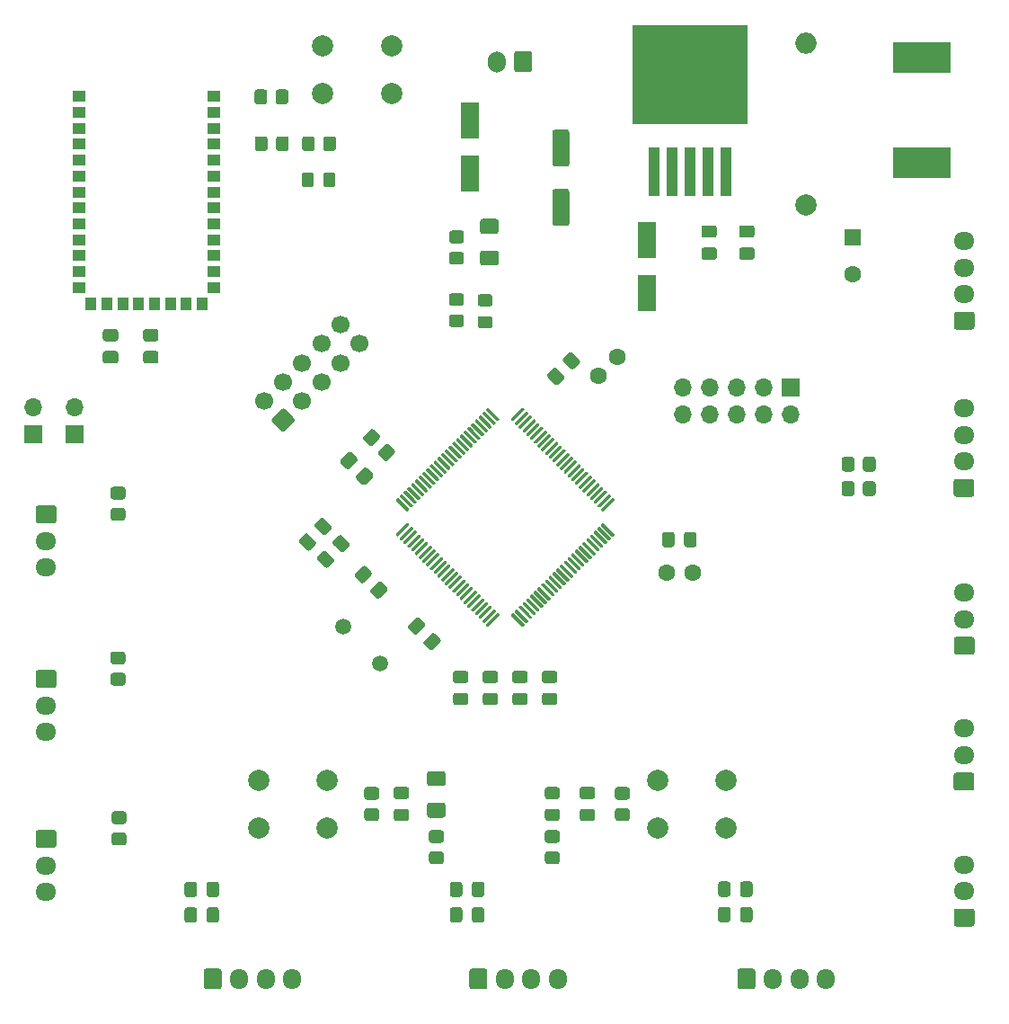
<source format=gbr>
%TF.GenerationSoftware,KiCad,Pcbnew,(5.1.10)-1*%
%TF.CreationDate,2021-10-14T00:36:54-03:00*%
%TF.ProjectId,3ARA_PCB,33415241-5f50-4434-922e-6b696361645f,rev?*%
%TF.SameCoordinates,Original*%
%TF.FileFunction,Soldermask,Top*%
%TF.FilePolarity,Negative*%
%FSLAX46Y46*%
G04 Gerber Fmt 4.6, Leading zero omitted, Abs format (unit mm)*
G04 Created by KiCad (PCBNEW (5.1.10)-1) date 2021-10-14 00:36:54*
%MOMM*%
%LPD*%
G01*
G04 APERTURE LIST*
%ADD10C,1.600000*%
%ADD11O,2.000000X2.000000*%
%ADD12C,2.000000*%
%ADD13R,1.600000X1.600000*%
%ADD14R,1.800000X3.500000*%
%ADD15C,1.700000*%
%ADD16O,1.950000X1.700000*%
%ADD17R,5.400000X2.900000*%
%ADD18O,1.700000X1.700000*%
%ADD19R,1.700000X1.700000*%
%ADD20O,1.700000X2.000000*%
%ADD21O,1.700000X1.950000*%
%ADD22R,1.000000X1.300000*%
%ADD23R,1.300000X1.000000*%
%ADD24R,1.100000X4.600000*%
%ADD25R,10.800000X9.400000*%
%ADD26C,1.500000*%
G04 APERTURE END LIST*
D10*
%TO.C,C5*%
X163067767Y-82432233D03*
X161300000Y-84200000D03*
%TD*%
%TO.C,C3*%
X170200000Y-102680000D03*
X167700000Y-102680000D03*
%TD*%
D11*
%TO.C,L2*%
X180800000Y-52860000D03*
D12*
X180800000Y-68100000D03*
%TD*%
D10*
%TO.C,C21*%
X185200000Y-74600000D03*
D13*
X185200000Y-71100000D03*
%TD*%
%TO.C,D1*%
G36*
G01*
X146625000Y-122825000D02*
X145375000Y-122825000D01*
G75*
G02*
X145125000Y-122575000I0J250000D01*
G01*
X145125000Y-121650000D01*
G75*
G02*
X145375000Y-121400000I250000J0D01*
G01*
X146625000Y-121400000D01*
G75*
G02*
X146875000Y-121650000I0J-250000D01*
G01*
X146875000Y-122575000D01*
G75*
G02*
X146625000Y-122825000I-250000J0D01*
G01*
G37*
G36*
G01*
X146625000Y-125800000D02*
X145375000Y-125800000D01*
G75*
G02*
X145125000Y-125550000I0J250000D01*
G01*
X145125000Y-124625000D01*
G75*
G02*
X145375000Y-124375000I250000J0D01*
G01*
X146625000Y-124375000D01*
G75*
G02*
X146875000Y-124625000I0J-250000D01*
G01*
X146875000Y-125550000D01*
G75*
G02*
X146625000Y-125800000I-250000J0D01*
G01*
G37*
%TD*%
%TO.C,D6*%
G36*
G01*
X151625000Y-70825000D02*
X150375000Y-70825000D01*
G75*
G02*
X150125000Y-70575000I0J250000D01*
G01*
X150125000Y-69650000D01*
G75*
G02*
X150375000Y-69400000I250000J0D01*
G01*
X151625000Y-69400000D01*
G75*
G02*
X151875000Y-69650000I0J-250000D01*
G01*
X151875000Y-70575000D01*
G75*
G02*
X151625000Y-70825000I-250000J0D01*
G01*
G37*
G36*
G01*
X151625000Y-73800000D02*
X150375000Y-73800000D01*
G75*
G02*
X150125000Y-73550000I0J250000D01*
G01*
X150125000Y-72625000D01*
G75*
G02*
X150375000Y-72375000I250000J0D01*
G01*
X151625000Y-72375000D01*
G75*
G02*
X151875000Y-72625000I0J-250000D01*
G01*
X151875000Y-73550000D01*
G75*
G02*
X151625000Y-73800000I-250000J0D01*
G01*
G37*
%TD*%
%TO.C,R15*%
G36*
G01*
X140564644Y-91301042D02*
X141201042Y-90664644D01*
G75*
G02*
X141554594Y-90664644I176776J-176776D01*
G01*
X142049570Y-91159620D01*
G75*
G02*
X142049570Y-91513172I-176776J-176776D01*
G01*
X141413172Y-92149570D01*
G75*
G02*
X141059620Y-92149570I-176776J176776D01*
G01*
X140564644Y-91654594D01*
G75*
G02*
X140564644Y-91301042I176776J176776D01*
G01*
G37*
G36*
G01*
X139150430Y-89886828D02*
X139786828Y-89250430D01*
G75*
G02*
X140140380Y-89250430I176776J-176776D01*
G01*
X140635356Y-89745406D01*
G75*
G02*
X140635356Y-90098958I-176776J-176776D01*
G01*
X139998958Y-90735356D01*
G75*
G02*
X139645406Y-90735356I-176776J176776D01*
G01*
X139150430Y-90240380D01*
G75*
G02*
X139150430Y-89886828I176776J176776D01*
G01*
G37*
%TD*%
%TO.C,C27*%
G36*
G01*
X173725000Y-132050000D02*
X173725000Y-133000000D01*
G75*
G02*
X173475000Y-133250000I-250000J0D01*
G01*
X172800000Y-133250000D01*
G75*
G02*
X172550000Y-133000000I0J250000D01*
G01*
X172550000Y-132050000D01*
G75*
G02*
X172800000Y-131800000I250000J0D01*
G01*
X173475000Y-131800000D01*
G75*
G02*
X173725000Y-132050000I0J-250000D01*
G01*
G37*
G36*
G01*
X175800000Y-132050000D02*
X175800000Y-133000000D01*
G75*
G02*
X175550000Y-133250000I-250000J0D01*
G01*
X174875000Y-133250000D01*
G75*
G02*
X174625000Y-133000000I0J250000D01*
G01*
X174625000Y-132050000D01*
G75*
G02*
X174875000Y-131800000I250000J0D01*
G01*
X175550000Y-131800000D01*
G75*
G02*
X175800000Y-132050000I0J-250000D01*
G01*
G37*
%TD*%
%TO.C,C26*%
G36*
G01*
X173725000Y-134450000D02*
X173725000Y-135400000D01*
G75*
G02*
X173475000Y-135650000I-250000J0D01*
G01*
X172800000Y-135650000D01*
G75*
G02*
X172550000Y-135400000I0J250000D01*
G01*
X172550000Y-134450000D01*
G75*
G02*
X172800000Y-134200000I250000J0D01*
G01*
X173475000Y-134200000D01*
G75*
G02*
X173725000Y-134450000I0J-250000D01*
G01*
G37*
G36*
G01*
X175800000Y-134450000D02*
X175800000Y-135400000D01*
G75*
G02*
X175550000Y-135650000I-250000J0D01*
G01*
X174875000Y-135650000D01*
G75*
G02*
X174625000Y-135400000I0J250000D01*
G01*
X174625000Y-134450000D01*
G75*
G02*
X174875000Y-134200000I250000J0D01*
G01*
X175550000Y-134200000D01*
G75*
G02*
X175800000Y-134450000I0J-250000D01*
G01*
G37*
%TD*%
%TO.C,C25*%
G36*
G01*
X148450000Y-134475000D02*
X148450000Y-135425000D01*
G75*
G02*
X148200000Y-135675000I-250000J0D01*
G01*
X147525000Y-135675000D01*
G75*
G02*
X147275000Y-135425000I0J250000D01*
G01*
X147275000Y-134475000D01*
G75*
G02*
X147525000Y-134225000I250000J0D01*
G01*
X148200000Y-134225000D01*
G75*
G02*
X148450000Y-134475000I0J-250000D01*
G01*
G37*
G36*
G01*
X150525000Y-134475000D02*
X150525000Y-135425000D01*
G75*
G02*
X150275000Y-135675000I-250000J0D01*
G01*
X149600000Y-135675000D01*
G75*
G02*
X149350000Y-135425000I0J250000D01*
G01*
X149350000Y-134475000D01*
G75*
G02*
X149600000Y-134225000I250000J0D01*
G01*
X150275000Y-134225000D01*
G75*
G02*
X150525000Y-134475000I0J-250000D01*
G01*
G37*
%TD*%
%TO.C,C24*%
G36*
G01*
X148450000Y-132075000D02*
X148450000Y-133025000D01*
G75*
G02*
X148200000Y-133275000I-250000J0D01*
G01*
X147525000Y-133275000D01*
G75*
G02*
X147275000Y-133025000I0J250000D01*
G01*
X147275000Y-132075000D01*
G75*
G02*
X147525000Y-131825000I250000J0D01*
G01*
X148200000Y-131825000D01*
G75*
G02*
X148450000Y-132075000I0J-250000D01*
G01*
G37*
G36*
G01*
X150525000Y-132075000D02*
X150525000Y-133025000D01*
G75*
G02*
X150275000Y-133275000I-250000J0D01*
G01*
X149600000Y-133275000D01*
G75*
G02*
X149350000Y-133025000I0J250000D01*
G01*
X149350000Y-132075000D01*
G75*
G02*
X149600000Y-131825000I250000J0D01*
G01*
X150275000Y-131825000D01*
G75*
G02*
X150525000Y-132075000I0J-250000D01*
G01*
G37*
%TD*%
%TO.C,C23*%
G36*
G01*
X124350000Y-135435000D02*
X124350000Y-134485000D01*
G75*
G02*
X124600000Y-134235000I250000J0D01*
G01*
X125275000Y-134235000D01*
G75*
G02*
X125525000Y-134485000I0J-250000D01*
G01*
X125525000Y-135435000D01*
G75*
G02*
X125275000Y-135685000I-250000J0D01*
G01*
X124600000Y-135685000D01*
G75*
G02*
X124350000Y-135435000I0J250000D01*
G01*
G37*
G36*
G01*
X122275000Y-135435000D02*
X122275000Y-134485000D01*
G75*
G02*
X122525000Y-134235000I250000J0D01*
G01*
X123200000Y-134235000D01*
G75*
G02*
X123450000Y-134485000I0J-250000D01*
G01*
X123450000Y-135435000D01*
G75*
G02*
X123200000Y-135685000I-250000J0D01*
G01*
X122525000Y-135685000D01*
G75*
G02*
X122275000Y-135435000I0J250000D01*
G01*
G37*
%TD*%
%TO.C,C22*%
G36*
G01*
X124350000Y-133025000D02*
X124350000Y-132075000D01*
G75*
G02*
X124600000Y-131825000I250000J0D01*
G01*
X125275000Y-131825000D01*
G75*
G02*
X125525000Y-132075000I0J-250000D01*
G01*
X125525000Y-133025000D01*
G75*
G02*
X125275000Y-133275000I-250000J0D01*
G01*
X124600000Y-133275000D01*
G75*
G02*
X124350000Y-133025000I0J250000D01*
G01*
G37*
G36*
G01*
X122275000Y-133025000D02*
X122275000Y-132075000D01*
G75*
G02*
X122525000Y-131825000I250000J0D01*
G01*
X123200000Y-131825000D01*
G75*
G02*
X123450000Y-132075000I0J-250000D01*
G01*
X123450000Y-133025000D01*
G75*
G02*
X123200000Y-133275000I-250000J0D01*
G01*
X122525000Y-133275000D01*
G75*
G02*
X122275000Y-133025000I0J250000D01*
G01*
G37*
%TD*%
%TO.C,C15*%
G36*
G01*
X119575000Y-80950000D02*
X118625000Y-80950000D01*
G75*
G02*
X118375000Y-80700000I0J250000D01*
G01*
X118375000Y-80025000D01*
G75*
G02*
X118625000Y-79775000I250000J0D01*
G01*
X119575000Y-79775000D01*
G75*
G02*
X119825000Y-80025000I0J-250000D01*
G01*
X119825000Y-80700000D01*
G75*
G02*
X119575000Y-80950000I-250000J0D01*
G01*
G37*
G36*
G01*
X119575000Y-83025000D02*
X118625000Y-83025000D01*
G75*
G02*
X118375000Y-82775000I0J250000D01*
G01*
X118375000Y-82100000D01*
G75*
G02*
X118625000Y-81850000I250000J0D01*
G01*
X119575000Y-81850000D01*
G75*
G02*
X119825000Y-82100000I0J-250000D01*
G01*
X119825000Y-82775000D01*
G75*
G02*
X119575000Y-83025000I-250000J0D01*
G01*
G37*
%TD*%
%TO.C,C14*%
G36*
G01*
X115775000Y-80950000D02*
X114825000Y-80950000D01*
G75*
G02*
X114575000Y-80700000I0J250000D01*
G01*
X114575000Y-80025000D01*
G75*
G02*
X114825000Y-79775000I250000J0D01*
G01*
X115775000Y-79775000D01*
G75*
G02*
X116025000Y-80025000I0J-250000D01*
G01*
X116025000Y-80700000D01*
G75*
G02*
X115775000Y-80950000I-250000J0D01*
G01*
G37*
G36*
G01*
X115775000Y-83025000D02*
X114825000Y-83025000D01*
G75*
G02*
X114575000Y-82775000I0J250000D01*
G01*
X114575000Y-82100000D01*
G75*
G02*
X114825000Y-81850000I250000J0D01*
G01*
X115775000Y-81850000D01*
G75*
G02*
X116025000Y-82100000I0J-250000D01*
G01*
X116025000Y-82775000D01*
G75*
G02*
X115775000Y-83025000I-250000J0D01*
G01*
G37*
%TD*%
D14*
%TO.C,D7*%
X149200000Y-60100000D03*
X149200000Y-65100000D03*
%TD*%
%TO.C,R14*%
G36*
G01*
X148350001Y-71700000D02*
X147449999Y-71700000D01*
G75*
G02*
X147200000Y-71450001I0J249999D01*
G01*
X147200000Y-70749999D01*
G75*
G02*
X147449999Y-70500000I249999J0D01*
G01*
X148350001Y-70500000D01*
G75*
G02*
X148600000Y-70749999I0J-249999D01*
G01*
X148600000Y-71450001D01*
G75*
G02*
X148350001Y-71700000I-249999J0D01*
G01*
G37*
G36*
G01*
X148350001Y-73700000D02*
X147449999Y-73700000D01*
G75*
G02*
X147200000Y-73450001I0J249999D01*
G01*
X147200000Y-72749999D01*
G75*
G02*
X147449999Y-72500000I249999J0D01*
G01*
X148350001Y-72500000D01*
G75*
G02*
X148600000Y-72749999I0J-249999D01*
G01*
X148600000Y-73450001D01*
G75*
G02*
X148350001Y-73700000I-249999J0D01*
G01*
G37*
%TD*%
D15*
%TO.C,J1*%
X136960154Y-79375744D03*
X135164102Y-81171795D03*
X133368051Y-82967846D03*
X131572000Y-84763898D03*
X129775949Y-86559949D03*
X138756205Y-81171795D03*
X136960154Y-82967846D03*
X135164102Y-84763898D03*
X133368051Y-86559949D03*
G36*
G01*
X132597305Y-88532777D02*
X131748777Y-89381305D01*
G75*
G02*
X131395223Y-89381305I-176777J176777D01*
G01*
X130546695Y-88532777D01*
G75*
G02*
X130546695Y-88179223I176777J176777D01*
G01*
X131395223Y-87330695D01*
G75*
G02*
X131748777Y-87330695I176777J-176777D01*
G01*
X132597305Y-88179223D01*
G75*
G02*
X132597305Y-88532777I-176777J-176777D01*
G01*
G37*
%TD*%
%TO.C,R1*%
G36*
G01*
X147449999Y-78400000D02*
X148350001Y-78400000D01*
G75*
G02*
X148600000Y-78649999I0J-249999D01*
G01*
X148600000Y-79350001D01*
G75*
G02*
X148350001Y-79600000I-249999J0D01*
G01*
X147449999Y-79600000D01*
G75*
G02*
X147200000Y-79350001I0J249999D01*
G01*
X147200000Y-78649999D01*
G75*
G02*
X147449999Y-78400000I249999J0D01*
G01*
G37*
G36*
G01*
X147449999Y-76400000D02*
X148350001Y-76400000D01*
G75*
G02*
X148600000Y-76649999I0J-249999D01*
G01*
X148600000Y-77350001D01*
G75*
G02*
X148350001Y-77600000I-249999J0D01*
G01*
X147449999Y-77600000D01*
G75*
G02*
X147200000Y-77350001I0J249999D01*
G01*
X147200000Y-76649999D01*
G75*
G02*
X147449999Y-76400000I249999J0D01*
G01*
G37*
%TD*%
%TO.C,D5*%
G36*
G01*
X151050001Y-77650000D02*
X150149999Y-77650000D01*
G75*
G02*
X149900000Y-77400001I0J249999D01*
G01*
X149900000Y-76749999D01*
G75*
G02*
X150149999Y-76500000I249999J0D01*
G01*
X151050001Y-76500000D01*
G75*
G02*
X151300000Y-76749999I0J-249999D01*
G01*
X151300000Y-77400001D01*
G75*
G02*
X151050001Y-77650000I-249999J0D01*
G01*
G37*
G36*
G01*
X151050001Y-79700000D02*
X150149999Y-79700000D01*
G75*
G02*
X149900000Y-79450001I0J249999D01*
G01*
X149900000Y-78799999D01*
G75*
G02*
X150149999Y-78550000I249999J0D01*
G01*
X151050001Y-78550000D01*
G75*
G02*
X151300000Y-78799999I0J-249999D01*
G01*
X151300000Y-79450001D01*
G75*
G02*
X151050001Y-79700000I-249999J0D01*
G01*
G37*
%TD*%
%TO.C,R13*%
G36*
G01*
X185400000Y-92049999D02*
X185400000Y-92950001D01*
G75*
G02*
X185150001Y-93200000I-249999J0D01*
G01*
X184449999Y-93200000D01*
G75*
G02*
X184200000Y-92950001I0J249999D01*
G01*
X184200000Y-92049999D01*
G75*
G02*
X184449999Y-91800000I249999J0D01*
G01*
X185150001Y-91800000D01*
G75*
G02*
X185400000Y-92049999I0J-249999D01*
G01*
G37*
G36*
G01*
X187400000Y-92049999D02*
X187400000Y-92950001D01*
G75*
G02*
X187150001Y-93200000I-249999J0D01*
G01*
X186449999Y-93200000D01*
G75*
G02*
X186200000Y-92950001I0J249999D01*
G01*
X186200000Y-92049999D01*
G75*
G02*
X186449999Y-91800000I249999J0D01*
G01*
X187150001Y-91800000D01*
G75*
G02*
X187400000Y-92049999I0J-249999D01*
G01*
G37*
%TD*%
%TO.C,R12*%
G36*
G01*
X185400000Y-94349999D02*
X185400000Y-95250001D01*
G75*
G02*
X185150001Y-95500000I-249999J0D01*
G01*
X184449999Y-95500000D01*
G75*
G02*
X184200000Y-95250001I0J249999D01*
G01*
X184200000Y-94349999D01*
G75*
G02*
X184449999Y-94100000I249999J0D01*
G01*
X185150001Y-94100000D01*
G75*
G02*
X185400000Y-94349999I0J-249999D01*
G01*
G37*
G36*
G01*
X187400000Y-94349999D02*
X187400000Y-95250001D01*
G75*
G02*
X187150001Y-95500000I-249999J0D01*
G01*
X186449999Y-95500000D01*
G75*
G02*
X186200000Y-95250001I0J249999D01*
G01*
X186200000Y-94349999D01*
G75*
G02*
X186449999Y-94100000I249999J0D01*
G01*
X187150001Y-94100000D01*
G75*
G02*
X187400000Y-94349999I0J-249999D01*
G01*
G37*
%TD*%
D16*
%TO.C,J7*%
X109232000Y-132790000D03*
X109232000Y-130290000D03*
G36*
G01*
X108507000Y-126940000D02*
X109957000Y-126940000D01*
G75*
G02*
X110207000Y-127190000I0J-250000D01*
G01*
X110207000Y-128390000D01*
G75*
G02*
X109957000Y-128640000I-250000J0D01*
G01*
X108507000Y-128640000D01*
G75*
G02*
X108257000Y-128390000I0J250000D01*
G01*
X108257000Y-127190000D01*
G75*
G02*
X108507000Y-126940000I250000J0D01*
G01*
G37*
%TD*%
%TO.C,J5*%
X109232000Y-117726000D03*
X109232000Y-115226000D03*
G36*
G01*
X108507000Y-111876000D02*
X109957000Y-111876000D01*
G75*
G02*
X110207000Y-112126000I0J-250000D01*
G01*
X110207000Y-113326000D01*
G75*
G02*
X109957000Y-113576000I-250000J0D01*
G01*
X108507000Y-113576000D01*
G75*
G02*
X108257000Y-113326000I0J250000D01*
G01*
X108257000Y-112126000D01*
G75*
G02*
X108507000Y-111876000I250000J0D01*
G01*
G37*
%TD*%
%TO.C,J3*%
X109232000Y-102232000D03*
X109232000Y-99732000D03*
G36*
G01*
X108507000Y-96382000D02*
X109957000Y-96382000D01*
G75*
G02*
X110207000Y-96632000I0J-250000D01*
G01*
X110207000Y-97832000D01*
G75*
G02*
X109957000Y-98082000I-250000J0D01*
G01*
X108507000Y-98082000D01*
G75*
G02*
X108257000Y-97832000I0J250000D01*
G01*
X108257000Y-96632000D01*
G75*
G02*
X108507000Y-96382000I250000J0D01*
G01*
G37*
%TD*%
D17*
%TO.C,L1*%
X191742000Y-54232000D03*
X191742000Y-64132000D03*
%TD*%
D18*
%TO.C,J16*%
X169240000Y-87840000D03*
X169240000Y-85300000D03*
X171780000Y-87840000D03*
X171780000Y-85300000D03*
X174320000Y-87840000D03*
X174320000Y-85300000D03*
X176860000Y-87840000D03*
X176860000Y-85300000D03*
X179400000Y-87840000D03*
D19*
X179400000Y-85300000D03*
%TD*%
D20*
%TO.C,J9*%
X151678000Y-54600000D03*
G36*
G01*
X155028000Y-53850000D02*
X155028000Y-55350000D01*
G75*
G02*
X154778000Y-55600000I-250000J0D01*
G01*
X153578000Y-55600000D01*
G75*
G02*
X153328000Y-55350000I0J250000D01*
G01*
X153328000Y-53850000D01*
G75*
G02*
X153578000Y-53600000I250000J0D01*
G01*
X154778000Y-53600000D01*
G75*
G02*
X155028000Y-53850000I0J-250000D01*
G01*
G37*
%TD*%
D16*
%TO.C,J15*%
X195742000Y-71494000D03*
X195742000Y-73994000D03*
X195742000Y-76494000D03*
G36*
G01*
X196467000Y-79844000D02*
X195017000Y-79844000D01*
G75*
G02*
X194767000Y-79594000I0J250000D01*
G01*
X194767000Y-78394000D01*
G75*
G02*
X195017000Y-78144000I250000J0D01*
G01*
X196467000Y-78144000D01*
G75*
G02*
X196717000Y-78394000I0J-250000D01*
G01*
X196717000Y-79594000D01*
G75*
G02*
X196467000Y-79844000I-250000J0D01*
G01*
G37*
%TD*%
%TO.C,J14*%
X195728000Y-87242000D03*
X195728000Y-89742000D03*
X195728000Y-92242000D03*
G36*
G01*
X196453000Y-95592000D02*
X195003000Y-95592000D01*
G75*
G02*
X194753000Y-95342000I0J250000D01*
G01*
X194753000Y-94142000D01*
G75*
G02*
X195003000Y-93892000I250000J0D01*
G01*
X196453000Y-93892000D01*
G75*
G02*
X196703000Y-94142000I0J-250000D01*
G01*
X196703000Y-95342000D01*
G75*
G02*
X196453000Y-95592000I-250000J0D01*
G01*
G37*
%TD*%
D21*
%TO.C,J11*%
X182720000Y-140978000D03*
X180220000Y-140978000D03*
X177720000Y-140978000D03*
G36*
G01*
X174370000Y-141703000D02*
X174370000Y-140253000D01*
G75*
G02*
X174620000Y-140003000I250000J0D01*
G01*
X175820000Y-140003000D01*
G75*
G02*
X176070000Y-140253000I0J-250000D01*
G01*
X176070000Y-141703000D01*
G75*
G02*
X175820000Y-141953000I-250000J0D01*
G01*
X174620000Y-141953000D01*
G75*
G02*
X174370000Y-141703000I0J250000D01*
G01*
G37*
%TD*%
%TO.C,J10*%
X157460000Y-140978000D03*
X154960000Y-140978000D03*
X152460000Y-140978000D03*
G36*
G01*
X149110000Y-141703000D02*
X149110000Y-140253000D01*
G75*
G02*
X149360000Y-140003000I250000J0D01*
G01*
X150560000Y-140003000D01*
G75*
G02*
X150810000Y-140253000I0J-250000D01*
G01*
X150810000Y-141703000D01*
G75*
G02*
X150560000Y-141953000I-250000J0D01*
G01*
X149360000Y-141953000D01*
G75*
G02*
X149110000Y-141703000I0J250000D01*
G01*
G37*
%TD*%
%TO.C,J8*%
X132428000Y-140978000D03*
X129928000Y-140978000D03*
X127428000Y-140978000D03*
G36*
G01*
X124078000Y-141703000D02*
X124078000Y-140253000D01*
G75*
G02*
X124328000Y-140003000I250000J0D01*
G01*
X125528000Y-140003000D01*
G75*
G02*
X125778000Y-140253000I0J-250000D01*
G01*
X125778000Y-141703000D01*
G75*
G02*
X125528000Y-141953000I-250000J0D01*
G01*
X124328000Y-141953000D01*
G75*
G02*
X124078000Y-141703000I0J250000D01*
G01*
G37*
%TD*%
D16*
%TO.C,J6*%
X195742000Y-130200000D03*
X195742000Y-132700000D03*
G36*
G01*
X196467000Y-136050000D02*
X195017000Y-136050000D01*
G75*
G02*
X194767000Y-135800000I0J250000D01*
G01*
X194767000Y-134600000D01*
G75*
G02*
X195017000Y-134350000I250000J0D01*
G01*
X196467000Y-134350000D01*
G75*
G02*
X196717000Y-134600000I0J-250000D01*
G01*
X196717000Y-135800000D01*
G75*
G02*
X196467000Y-136050000I-250000J0D01*
G01*
G37*
%TD*%
%TO.C,J4*%
X195720000Y-117400000D03*
X195720000Y-119900000D03*
G36*
G01*
X196445000Y-123250000D02*
X194995000Y-123250000D01*
G75*
G02*
X194745000Y-123000000I0J250000D01*
G01*
X194745000Y-121800000D01*
G75*
G02*
X194995000Y-121550000I250000J0D01*
G01*
X196445000Y-121550000D01*
G75*
G02*
X196695000Y-121800000I0J-250000D01*
G01*
X196695000Y-123000000D01*
G75*
G02*
X196445000Y-123250000I-250000J0D01*
G01*
G37*
%TD*%
%TO.C,J2*%
X195742000Y-104600000D03*
X195742000Y-107100000D03*
G36*
G01*
X196467000Y-110450000D02*
X195017000Y-110450000D01*
G75*
G02*
X194767000Y-110200000I0J250000D01*
G01*
X194767000Y-109000000D01*
G75*
G02*
X195017000Y-108750000I250000J0D01*
G01*
X196467000Y-108750000D01*
G75*
G02*
X196717000Y-109000000I0J-250000D01*
G01*
X196717000Y-110200000D01*
G75*
G02*
X196467000Y-110450000I-250000J0D01*
G01*
G37*
%TD*%
%TO.C,C20*%
G36*
G01*
X157184000Y-66582000D02*
X158284000Y-66582000D01*
G75*
G02*
X158534000Y-66832000I0J-250000D01*
G01*
X158534000Y-69832000D01*
G75*
G02*
X158284000Y-70082000I-250000J0D01*
G01*
X157184000Y-70082000D01*
G75*
G02*
X156934000Y-69832000I0J250000D01*
G01*
X156934000Y-66832000D01*
G75*
G02*
X157184000Y-66582000I250000J0D01*
G01*
G37*
G36*
G01*
X157184000Y-60982000D02*
X158284000Y-60982000D01*
G75*
G02*
X158534000Y-61232000I0J-250000D01*
G01*
X158534000Y-64232000D01*
G75*
G02*
X158284000Y-64482000I-250000J0D01*
G01*
X157184000Y-64482000D01*
G75*
G02*
X156934000Y-64232000I0J250000D01*
G01*
X156934000Y-61232000D01*
G75*
G02*
X157184000Y-60982000I250000J0D01*
G01*
G37*
%TD*%
D18*
%TO.C,J13*%
X111900000Y-87160000D03*
D19*
X111900000Y-89700000D03*
%TD*%
D18*
%TO.C,J12*%
X108000000Y-87160000D03*
D19*
X108000000Y-89700000D03*
%TD*%
D14*
%TO.C,D4*%
X165862000Y-76414000D03*
X165862000Y-71414000D03*
%TD*%
%TO.C,C1*%
G36*
G01*
X169350000Y-100075000D02*
X169350000Y-99125000D01*
G75*
G02*
X169600000Y-98875000I250000J0D01*
G01*
X170275000Y-98875000D01*
G75*
G02*
X170525000Y-99125000I0J-250000D01*
G01*
X170525000Y-100075000D01*
G75*
G02*
X170275000Y-100325000I-250000J0D01*
G01*
X169600000Y-100325000D01*
G75*
G02*
X169350000Y-100075000I0J250000D01*
G01*
G37*
G36*
G01*
X167275000Y-100075000D02*
X167275000Y-99125000D01*
G75*
G02*
X167525000Y-98875000I250000J0D01*
G01*
X168200000Y-98875000D01*
G75*
G02*
X168450000Y-99125000I0J-250000D01*
G01*
X168450000Y-100075000D01*
G75*
G02*
X168200000Y-100325000I-250000J0D01*
G01*
X167525000Y-100325000D01*
G75*
G02*
X167275000Y-100075000I0J250000D01*
G01*
G37*
%TD*%
%TO.C,C2*%
G36*
G01*
X150615000Y-111957000D02*
X151565000Y-111957000D01*
G75*
G02*
X151815000Y-112207000I0J-250000D01*
G01*
X151815000Y-112882000D01*
G75*
G02*
X151565000Y-113132000I-250000J0D01*
G01*
X150615000Y-113132000D01*
G75*
G02*
X150365000Y-112882000I0J250000D01*
G01*
X150365000Y-112207000D01*
G75*
G02*
X150615000Y-111957000I250000J0D01*
G01*
G37*
G36*
G01*
X150615000Y-114032000D02*
X151565000Y-114032000D01*
G75*
G02*
X151815000Y-114282000I0J-250000D01*
G01*
X151815000Y-114957000D01*
G75*
G02*
X151565000Y-115207000I-250000J0D01*
G01*
X150615000Y-115207000D01*
G75*
G02*
X150365000Y-114957000I0J250000D01*
G01*
X150365000Y-114282000D01*
G75*
G02*
X150615000Y-114032000I250000J0D01*
G01*
G37*
%TD*%
%TO.C,C4*%
G36*
G01*
X153409000Y-114032000D02*
X154359000Y-114032000D01*
G75*
G02*
X154609000Y-114282000I0J-250000D01*
G01*
X154609000Y-114957000D01*
G75*
G02*
X154359000Y-115207000I-250000J0D01*
G01*
X153409000Y-115207000D01*
G75*
G02*
X153159000Y-114957000I0J250000D01*
G01*
X153159000Y-114282000D01*
G75*
G02*
X153409000Y-114032000I250000J0D01*
G01*
G37*
G36*
G01*
X153409000Y-111957000D02*
X154359000Y-111957000D01*
G75*
G02*
X154609000Y-112207000I0J-250000D01*
G01*
X154609000Y-112882000D01*
G75*
G02*
X154359000Y-113132000I-250000J0D01*
G01*
X153409000Y-113132000D01*
G75*
G02*
X153159000Y-112882000I0J250000D01*
G01*
X153159000Y-112207000D01*
G75*
G02*
X153409000Y-111957000I250000J0D01*
G01*
G37*
%TD*%
%TO.C,C6*%
G36*
G01*
X139867678Y-102975927D02*
X139195927Y-103647678D01*
G75*
G02*
X138842373Y-103647678I-176777J176777D01*
G01*
X138365076Y-103170381D01*
G75*
G02*
X138365076Y-102816827I176777J176777D01*
G01*
X139036827Y-102145076D01*
G75*
G02*
X139390381Y-102145076I176777J-176777D01*
G01*
X139867678Y-102622373D01*
G75*
G02*
X139867678Y-102975927I-176777J-176777D01*
G01*
G37*
G36*
G01*
X141334924Y-104443173D02*
X140663173Y-105114924D01*
G75*
G02*
X140309619Y-105114924I-176777J176777D01*
G01*
X139832322Y-104637627D01*
G75*
G02*
X139832322Y-104284073I176777J176777D01*
G01*
X140504073Y-103612322D01*
G75*
G02*
X140857627Y-103612322I176777J-176777D01*
G01*
X141334924Y-104089619D01*
G75*
G02*
X141334924Y-104443173I-176777J-176777D01*
G01*
G37*
%TD*%
%TO.C,C7*%
G36*
G01*
X144852322Y-109134073D02*
X145524073Y-108462322D01*
G75*
G02*
X145877627Y-108462322I176777J-176777D01*
G01*
X146354924Y-108939619D01*
G75*
G02*
X146354924Y-109293173I-176777J-176777D01*
G01*
X145683173Y-109964924D01*
G75*
G02*
X145329619Y-109964924I-176777J176777D01*
G01*
X144852322Y-109487627D01*
G75*
G02*
X144852322Y-109134073I176777J176777D01*
G01*
G37*
G36*
G01*
X143385076Y-107666827D02*
X144056827Y-106995076D01*
G75*
G02*
X144410381Y-106995076I176777J-176777D01*
G01*
X144887678Y-107472373D01*
G75*
G02*
X144887678Y-107825927I-176777J-176777D01*
G01*
X144215927Y-108497678D01*
G75*
G02*
X143862373Y-108497678I-176777J176777D01*
G01*
X143385076Y-108020381D01*
G75*
G02*
X143385076Y-107666827I176777J176777D01*
G01*
G37*
%TD*%
%TO.C,C8*%
G36*
G01*
X135413173Y-97615076D02*
X136084924Y-98286827D01*
G75*
G02*
X136084924Y-98640381I-176777J-176777D01*
G01*
X135607627Y-99117678D01*
G75*
G02*
X135254073Y-99117678I-176777J176777D01*
G01*
X134582322Y-98445927D01*
G75*
G02*
X134582322Y-98092373I176777J176777D01*
G01*
X135059619Y-97615076D01*
G75*
G02*
X135413173Y-97615076I176777J-176777D01*
G01*
G37*
G36*
G01*
X133945927Y-99082322D02*
X134617678Y-99754073D01*
G75*
G02*
X134617678Y-100107627I-176777J-176777D01*
G01*
X134140381Y-100584924D01*
G75*
G02*
X133786827Y-100584924I-176777J176777D01*
G01*
X133115076Y-99913173D01*
G75*
G02*
X133115076Y-99559619I176777J176777D01*
G01*
X133592373Y-99082322D01*
G75*
G02*
X133945927Y-99082322I176777J-176777D01*
G01*
G37*
%TD*%
%TO.C,C9*%
G36*
G01*
X135645927Y-100712322D02*
X136317678Y-101384073D01*
G75*
G02*
X136317678Y-101737627I-176777J-176777D01*
G01*
X135840381Y-102214924D01*
G75*
G02*
X135486827Y-102214924I-176777J176777D01*
G01*
X134815076Y-101543173D01*
G75*
G02*
X134815076Y-101189619I176777J176777D01*
G01*
X135292373Y-100712322D01*
G75*
G02*
X135645927Y-100712322I176777J-176777D01*
G01*
G37*
G36*
G01*
X137113173Y-99245076D02*
X137784924Y-99916827D01*
G75*
G02*
X137784924Y-100270381I-176777J-176777D01*
G01*
X137307627Y-100747678D01*
G75*
G02*
X136954073Y-100747678I-176777J176777D01*
G01*
X136282322Y-100075927D01*
G75*
G02*
X136282322Y-99722373I176777J176777D01*
G01*
X136759619Y-99245076D01*
G75*
G02*
X137113173Y-99245076I176777J-176777D01*
G01*
G37*
%TD*%
%TO.C,C10*%
G36*
G01*
X147821000Y-111957000D02*
X148771000Y-111957000D01*
G75*
G02*
X149021000Y-112207000I0J-250000D01*
G01*
X149021000Y-112882000D01*
G75*
G02*
X148771000Y-113132000I-250000J0D01*
G01*
X147821000Y-113132000D01*
G75*
G02*
X147571000Y-112882000I0J250000D01*
G01*
X147571000Y-112207000D01*
G75*
G02*
X147821000Y-111957000I250000J0D01*
G01*
G37*
G36*
G01*
X147821000Y-114032000D02*
X148771000Y-114032000D01*
G75*
G02*
X149021000Y-114282000I0J-250000D01*
G01*
X149021000Y-114957000D01*
G75*
G02*
X148771000Y-115207000I-250000J0D01*
G01*
X147821000Y-115207000D01*
G75*
G02*
X147571000Y-114957000I0J250000D01*
G01*
X147571000Y-114282000D01*
G75*
G02*
X147821000Y-114032000I250000J0D01*
G01*
G37*
%TD*%
%TO.C,C11*%
G36*
G01*
X138517678Y-92245927D02*
X137845927Y-92917678D01*
G75*
G02*
X137492373Y-92917678I-176777J176777D01*
G01*
X137015076Y-92440381D01*
G75*
G02*
X137015076Y-92086827I176777J176777D01*
G01*
X137686827Y-91415076D01*
G75*
G02*
X138040381Y-91415076I176777J-176777D01*
G01*
X138517678Y-91892373D01*
G75*
G02*
X138517678Y-92245927I-176777J-176777D01*
G01*
G37*
G36*
G01*
X139984924Y-93713173D02*
X139313173Y-94384924D01*
G75*
G02*
X138959619Y-94384924I-176777J176777D01*
G01*
X138482322Y-93907627D01*
G75*
G02*
X138482322Y-93554073I176777J176777D01*
G01*
X139154073Y-92882322D01*
G75*
G02*
X139507627Y-92882322I176777J-176777D01*
G01*
X139984924Y-93359619D01*
G75*
G02*
X139984924Y-93713173I-176777J-176777D01*
G01*
G37*
%TD*%
%TO.C,C12*%
G36*
G01*
X157153000Y-115207000D02*
X156203000Y-115207000D01*
G75*
G02*
X155953000Y-114957000I0J250000D01*
G01*
X155953000Y-114282000D01*
G75*
G02*
X156203000Y-114032000I250000J0D01*
G01*
X157153000Y-114032000D01*
G75*
G02*
X157403000Y-114282000I0J-250000D01*
G01*
X157403000Y-114957000D01*
G75*
G02*
X157153000Y-115207000I-250000J0D01*
G01*
G37*
G36*
G01*
X157153000Y-113132000D02*
X156203000Y-113132000D01*
G75*
G02*
X155953000Y-112882000I0J250000D01*
G01*
X155953000Y-112207000D01*
G75*
G02*
X156203000Y-111957000I250000J0D01*
G01*
X157153000Y-111957000D01*
G75*
G02*
X157403000Y-112207000I0J-250000D01*
G01*
X157403000Y-112882000D01*
G75*
G02*
X157153000Y-113132000I-250000J0D01*
G01*
G37*
%TD*%
%TO.C,C13*%
G36*
G01*
X157186827Y-84984924D02*
X156515076Y-84313173D01*
G75*
G02*
X156515076Y-83959619I176777J176777D01*
G01*
X156992373Y-83482322D01*
G75*
G02*
X157345927Y-83482322I176777J-176777D01*
G01*
X158017678Y-84154073D01*
G75*
G02*
X158017678Y-84507627I-176777J-176777D01*
G01*
X157540381Y-84984924D01*
G75*
G02*
X157186827Y-84984924I-176777J176777D01*
G01*
G37*
G36*
G01*
X158654073Y-83517678D02*
X157982322Y-82845927D01*
G75*
G02*
X157982322Y-82492373I176777J176777D01*
G01*
X158459619Y-82015076D01*
G75*
G02*
X158813173Y-82015076I176777J-176777D01*
G01*
X159484924Y-82686827D01*
G75*
G02*
X159484924Y-83040381I-176777J-176777D01*
G01*
X159007627Y-83517678D01*
G75*
G02*
X158654073Y-83517678I-176777J176777D01*
G01*
G37*
%TD*%
%TO.C,C16*%
G36*
G01*
X172179000Y-73253000D02*
X171229000Y-73253000D01*
G75*
G02*
X170979000Y-73003000I0J250000D01*
G01*
X170979000Y-72328000D01*
G75*
G02*
X171229000Y-72078000I250000J0D01*
G01*
X172179000Y-72078000D01*
G75*
G02*
X172429000Y-72328000I0J-250000D01*
G01*
X172429000Y-73003000D01*
G75*
G02*
X172179000Y-73253000I-250000J0D01*
G01*
G37*
G36*
G01*
X172179000Y-71178000D02*
X171229000Y-71178000D01*
G75*
G02*
X170979000Y-70928000I0J250000D01*
G01*
X170979000Y-70253000D01*
G75*
G02*
X171229000Y-70003000I250000J0D01*
G01*
X172179000Y-70003000D01*
G75*
G02*
X172429000Y-70253000I0J-250000D01*
G01*
X172429000Y-70928000D01*
G75*
G02*
X172179000Y-71178000I-250000J0D01*
G01*
G37*
%TD*%
%TO.C,C17*%
G36*
G01*
X175735000Y-71178000D02*
X174785000Y-71178000D01*
G75*
G02*
X174535000Y-70928000I0J250000D01*
G01*
X174535000Y-70253000D01*
G75*
G02*
X174785000Y-70003000I250000J0D01*
G01*
X175735000Y-70003000D01*
G75*
G02*
X175985000Y-70253000I0J-250000D01*
G01*
X175985000Y-70928000D01*
G75*
G02*
X175735000Y-71178000I-250000J0D01*
G01*
G37*
G36*
G01*
X175735000Y-73253000D02*
X174785000Y-73253000D01*
G75*
G02*
X174535000Y-73003000I0J250000D01*
G01*
X174535000Y-72328000D01*
G75*
G02*
X174785000Y-72078000I250000J0D01*
G01*
X175735000Y-72078000D01*
G75*
G02*
X175985000Y-72328000I0J-250000D01*
G01*
X175985000Y-73003000D01*
G75*
G02*
X175735000Y-73253000I-250000J0D01*
G01*
G37*
%TD*%
%TO.C,C18*%
G36*
G01*
X143183000Y-126129000D02*
X142233000Y-126129000D01*
G75*
G02*
X141983000Y-125879000I0J250000D01*
G01*
X141983000Y-125204000D01*
G75*
G02*
X142233000Y-124954000I250000J0D01*
G01*
X143183000Y-124954000D01*
G75*
G02*
X143433000Y-125204000I0J-250000D01*
G01*
X143433000Y-125879000D01*
G75*
G02*
X143183000Y-126129000I-250000J0D01*
G01*
G37*
G36*
G01*
X143183000Y-124054000D02*
X142233000Y-124054000D01*
G75*
G02*
X141983000Y-123804000I0J250000D01*
G01*
X141983000Y-123129000D01*
G75*
G02*
X142233000Y-122879000I250000J0D01*
G01*
X143183000Y-122879000D01*
G75*
G02*
X143433000Y-123129000I0J-250000D01*
G01*
X143433000Y-123804000D01*
G75*
G02*
X143183000Y-124054000I-250000J0D01*
G01*
G37*
%TD*%
%TO.C,C19*%
G36*
G01*
X160709000Y-126129000D02*
X159759000Y-126129000D01*
G75*
G02*
X159509000Y-125879000I0J250000D01*
G01*
X159509000Y-125204000D01*
G75*
G02*
X159759000Y-124954000I250000J0D01*
G01*
X160709000Y-124954000D01*
G75*
G02*
X160959000Y-125204000I0J-250000D01*
G01*
X160959000Y-125879000D01*
G75*
G02*
X160709000Y-126129000I-250000J0D01*
G01*
G37*
G36*
G01*
X160709000Y-124054000D02*
X159759000Y-124054000D01*
G75*
G02*
X159509000Y-123804000I0J250000D01*
G01*
X159509000Y-123129000D01*
G75*
G02*
X159759000Y-122879000I250000J0D01*
G01*
X160709000Y-122879000D01*
G75*
G02*
X160959000Y-123129000I0J-250000D01*
G01*
X160959000Y-123804000D01*
G75*
G02*
X160709000Y-124054000I-250000J0D01*
G01*
G37*
%TD*%
%TO.C,D2*%
G36*
G01*
X157382001Y-124054000D02*
X156481999Y-124054000D01*
G75*
G02*
X156232000Y-123804001I0J249999D01*
G01*
X156232000Y-123153999D01*
G75*
G02*
X156481999Y-122904000I249999J0D01*
G01*
X157382001Y-122904000D01*
G75*
G02*
X157632000Y-123153999I0J-249999D01*
G01*
X157632000Y-123804001D01*
G75*
G02*
X157382001Y-124054000I-249999J0D01*
G01*
G37*
G36*
G01*
X157382001Y-126104000D02*
X156481999Y-126104000D01*
G75*
G02*
X156232000Y-125854001I0J249999D01*
G01*
X156232000Y-125203999D01*
G75*
G02*
X156481999Y-124954000I249999J0D01*
G01*
X157382001Y-124954000D01*
G75*
G02*
X157632000Y-125203999I0J-249999D01*
G01*
X157632000Y-125854001D01*
G75*
G02*
X157382001Y-126104000I-249999J0D01*
G01*
G37*
%TD*%
%TO.C,D3*%
G36*
G01*
X133304000Y-66168001D02*
X133304000Y-65267999D01*
G75*
G02*
X133553999Y-65018000I249999J0D01*
G01*
X134204001Y-65018000D01*
G75*
G02*
X134454000Y-65267999I0J-249999D01*
G01*
X134454000Y-66168001D01*
G75*
G02*
X134204001Y-66418000I-249999J0D01*
G01*
X133553999Y-66418000D01*
G75*
G02*
X133304000Y-66168001I0J249999D01*
G01*
G37*
G36*
G01*
X135354000Y-66168001D02*
X135354000Y-65267999D01*
G75*
G02*
X135603999Y-65018000I249999J0D01*
G01*
X136254001Y-65018000D01*
G75*
G02*
X136504000Y-65267999I0J-249999D01*
G01*
X136504000Y-66168001D01*
G75*
G02*
X136254001Y-66418000I-249999J0D01*
G01*
X135603999Y-66418000D01*
G75*
G02*
X135354000Y-66168001I0J249999D01*
G01*
G37*
%TD*%
%TO.C,R2*%
G36*
G01*
X139463999Y-124904000D02*
X140364001Y-124904000D01*
G75*
G02*
X140614000Y-125153999I0J-249999D01*
G01*
X140614000Y-125854001D01*
G75*
G02*
X140364001Y-126104000I-249999J0D01*
G01*
X139463999Y-126104000D01*
G75*
G02*
X139214000Y-125854001I0J249999D01*
G01*
X139214000Y-125153999D01*
G75*
G02*
X139463999Y-124904000I249999J0D01*
G01*
G37*
G36*
G01*
X139463999Y-122904000D02*
X140364001Y-122904000D01*
G75*
G02*
X140614000Y-123153999I0J-249999D01*
G01*
X140614000Y-123854001D01*
G75*
G02*
X140364001Y-124104000I-249999J0D01*
G01*
X139463999Y-124104000D01*
G75*
G02*
X139214000Y-123854001I0J249999D01*
G01*
X139214000Y-123153999D01*
G75*
G02*
X139463999Y-122904000I249999J0D01*
G01*
G37*
%TD*%
%TO.C,R3*%
G36*
G01*
X163085999Y-124904000D02*
X163986001Y-124904000D01*
G75*
G02*
X164236000Y-125153999I0J-249999D01*
G01*
X164236000Y-125854001D01*
G75*
G02*
X163986001Y-126104000I-249999J0D01*
G01*
X163085999Y-126104000D01*
G75*
G02*
X162836000Y-125854001I0J249999D01*
G01*
X162836000Y-125153999D01*
G75*
G02*
X163085999Y-124904000I249999J0D01*
G01*
G37*
G36*
G01*
X163085999Y-122904000D02*
X163986001Y-122904000D01*
G75*
G02*
X164236000Y-123153999I0J-249999D01*
G01*
X164236000Y-123854001D01*
G75*
G02*
X163986001Y-124104000I-249999J0D01*
G01*
X163085999Y-124104000D01*
G75*
G02*
X162836000Y-123854001I0J249999D01*
G01*
X162836000Y-123153999D01*
G75*
G02*
X163085999Y-122904000I249999J0D01*
G01*
G37*
%TD*%
%TO.C,R4*%
G36*
G01*
X146460001Y-128168000D02*
X145559999Y-128168000D01*
G75*
G02*
X145310000Y-127918001I0J249999D01*
G01*
X145310000Y-127217999D01*
G75*
G02*
X145559999Y-126968000I249999J0D01*
G01*
X146460001Y-126968000D01*
G75*
G02*
X146710000Y-127217999I0J-249999D01*
G01*
X146710000Y-127918001D01*
G75*
G02*
X146460001Y-128168000I-249999J0D01*
G01*
G37*
G36*
G01*
X146460001Y-130168000D02*
X145559999Y-130168000D01*
G75*
G02*
X145310000Y-129918001I0J249999D01*
G01*
X145310000Y-129217999D01*
G75*
G02*
X145559999Y-128968000I249999J0D01*
G01*
X146460001Y-128968000D01*
G75*
G02*
X146710000Y-129217999I0J-249999D01*
G01*
X146710000Y-129918001D01*
G75*
G02*
X146460001Y-130168000I-249999J0D01*
G01*
G37*
%TD*%
%TO.C,R5*%
G36*
G01*
X157382001Y-130168000D02*
X156481999Y-130168000D01*
G75*
G02*
X156232000Y-129918001I0J249999D01*
G01*
X156232000Y-129217999D01*
G75*
G02*
X156481999Y-128968000I249999J0D01*
G01*
X157382001Y-128968000D01*
G75*
G02*
X157632000Y-129217999I0J-249999D01*
G01*
X157632000Y-129918001D01*
G75*
G02*
X157382001Y-130168000I-249999J0D01*
G01*
G37*
G36*
G01*
X157382001Y-128168000D02*
X156481999Y-128168000D01*
G75*
G02*
X156232000Y-127918001I0J249999D01*
G01*
X156232000Y-127217999D01*
G75*
G02*
X156481999Y-126968000I249999J0D01*
G01*
X157382001Y-126968000D01*
G75*
G02*
X157632000Y-127217999I0J-249999D01*
G01*
X157632000Y-127918001D01*
G75*
G02*
X157382001Y-128168000I-249999J0D01*
G01*
G37*
%TD*%
%TO.C,R6*%
G36*
G01*
X128904000Y-62768001D02*
X128904000Y-61867999D01*
G75*
G02*
X129153999Y-61618000I249999J0D01*
G01*
X129854001Y-61618000D01*
G75*
G02*
X130104000Y-61867999I0J-249999D01*
G01*
X130104000Y-62768001D01*
G75*
G02*
X129854001Y-63018000I-249999J0D01*
G01*
X129153999Y-63018000D01*
G75*
G02*
X128904000Y-62768001I0J249999D01*
G01*
G37*
G36*
G01*
X130904000Y-62768001D02*
X130904000Y-61867999D01*
G75*
G02*
X131153999Y-61618000I249999J0D01*
G01*
X131854001Y-61618000D01*
G75*
G02*
X132104000Y-61867999I0J-249999D01*
G01*
X132104000Y-62768001D01*
G75*
G02*
X131854001Y-63018000I-249999J0D01*
G01*
X131153999Y-63018000D01*
G75*
G02*
X130904000Y-62768001I0J249999D01*
G01*
G37*
%TD*%
%TO.C,R7*%
G36*
G01*
X128860000Y-58362001D02*
X128860000Y-57461999D01*
G75*
G02*
X129109999Y-57212000I249999J0D01*
G01*
X129810001Y-57212000D01*
G75*
G02*
X130060000Y-57461999I0J-249999D01*
G01*
X130060000Y-58362001D01*
G75*
G02*
X129810001Y-58612000I-249999J0D01*
G01*
X129109999Y-58612000D01*
G75*
G02*
X128860000Y-58362001I0J249999D01*
G01*
G37*
G36*
G01*
X130860000Y-58362001D02*
X130860000Y-57461999D01*
G75*
G02*
X131109999Y-57212000I249999J0D01*
G01*
X131810001Y-57212000D01*
G75*
G02*
X132060000Y-57461999I0J-249999D01*
G01*
X132060000Y-58362001D01*
G75*
G02*
X131810001Y-58612000I-249999J0D01*
G01*
X131109999Y-58612000D01*
G75*
G02*
X130860000Y-58362001I0J249999D01*
G01*
G37*
%TD*%
%TO.C,R8*%
G36*
G01*
X116450001Y-95825000D02*
X115549999Y-95825000D01*
G75*
G02*
X115300000Y-95575001I0J249999D01*
G01*
X115300000Y-94874999D01*
G75*
G02*
X115549999Y-94625000I249999J0D01*
G01*
X116450001Y-94625000D01*
G75*
G02*
X116700000Y-94874999I0J-249999D01*
G01*
X116700000Y-95575001D01*
G75*
G02*
X116450001Y-95825000I-249999J0D01*
G01*
G37*
G36*
G01*
X116450001Y-97825000D02*
X115549999Y-97825000D01*
G75*
G02*
X115300000Y-97575001I0J249999D01*
G01*
X115300000Y-96874999D01*
G75*
G02*
X115549999Y-96625000I249999J0D01*
G01*
X116450001Y-96625000D01*
G75*
G02*
X116700000Y-96874999I0J-249999D01*
G01*
X116700000Y-97575001D01*
G75*
G02*
X116450001Y-97825000I-249999J0D01*
G01*
G37*
%TD*%
%TO.C,R9*%
G36*
G01*
X116450001Y-113350000D02*
X115549999Y-113350000D01*
G75*
G02*
X115300000Y-113100001I0J249999D01*
G01*
X115300000Y-112399999D01*
G75*
G02*
X115549999Y-112150000I249999J0D01*
G01*
X116450001Y-112150000D01*
G75*
G02*
X116700000Y-112399999I0J-249999D01*
G01*
X116700000Y-113100001D01*
G75*
G02*
X116450001Y-113350000I-249999J0D01*
G01*
G37*
G36*
G01*
X116450001Y-111350000D02*
X115549999Y-111350000D01*
G75*
G02*
X115300000Y-111100001I0J249999D01*
G01*
X115300000Y-110399999D01*
G75*
G02*
X115549999Y-110150000I249999J0D01*
G01*
X116450001Y-110150000D01*
G75*
G02*
X116700000Y-110399999I0J-249999D01*
G01*
X116700000Y-111100001D01*
G75*
G02*
X116450001Y-111350000I-249999J0D01*
G01*
G37*
%TD*%
%TO.C,R10*%
G36*
G01*
X116550001Y-126400000D02*
X115649999Y-126400000D01*
G75*
G02*
X115400000Y-126150001I0J249999D01*
G01*
X115400000Y-125449999D01*
G75*
G02*
X115649999Y-125200000I249999J0D01*
G01*
X116550001Y-125200000D01*
G75*
G02*
X116800000Y-125449999I0J-249999D01*
G01*
X116800000Y-126150001D01*
G75*
G02*
X116550001Y-126400000I-249999J0D01*
G01*
G37*
G36*
G01*
X116550001Y-128400000D02*
X115649999Y-128400000D01*
G75*
G02*
X115400000Y-128150001I0J249999D01*
G01*
X115400000Y-127449999D01*
G75*
G02*
X115649999Y-127200000I249999J0D01*
G01*
X116550001Y-127200000D01*
G75*
G02*
X116800000Y-127449999I0J-249999D01*
G01*
X116800000Y-128150001D01*
G75*
G02*
X116550001Y-128400000I-249999J0D01*
G01*
G37*
%TD*%
%TO.C,R11*%
G36*
G01*
X133344000Y-62768001D02*
X133344000Y-61867999D01*
G75*
G02*
X133593999Y-61618000I249999J0D01*
G01*
X134294001Y-61618000D01*
G75*
G02*
X134544000Y-61867999I0J-249999D01*
G01*
X134544000Y-62768001D01*
G75*
G02*
X134294001Y-63018000I-249999J0D01*
G01*
X133593999Y-63018000D01*
G75*
G02*
X133344000Y-62768001I0J249999D01*
G01*
G37*
G36*
G01*
X135344000Y-62768001D02*
X135344000Y-61867999D01*
G75*
G02*
X135593999Y-61618000I249999J0D01*
G01*
X136294001Y-61618000D01*
G75*
G02*
X136544000Y-61867999I0J-249999D01*
G01*
X136544000Y-62768001D01*
G75*
G02*
X136294001Y-63018000I-249999J0D01*
G01*
X135593999Y-63018000D01*
G75*
G02*
X135344000Y-62768001I0J249999D01*
G01*
G37*
%TD*%
D12*
%TO.C,SW1*%
X129246000Y-126750000D03*
X129246000Y-122250000D03*
X135746000Y-126750000D03*
X135746000Y-122250000D03*
%TD*%
%TO.C,SW2*%
X173338000Y-122250000D03*
X173338000Y-126750000D03*
X166838000Y-122250000D03*
X166838000Y-126750000D03*
%TD*%
%TO.C,SW3*%
X135286000Y-57586000D03*
X135286000Y-53086000D03*
X141786000Y-57586000D03*
X141786000Y-53086000D03*
%TD*%
%TO.C,U1*%
G36*
G01*
X142317663Y-99303122D02*
X142211597Y-99197056D01*
G75*
G02*
X142211597Y-99090990I53033J53033D01*
G01*
X143236901Y-98065686D01*
G75*
G02*
X143342967Y-98065686I53033J-53033D01*
G01*
X143449033Y-98171752D01*
G75*
G02*
X143449033Y-98277818I-53033J-53033D01*
G01*
X142423729Y-99303122D01*
G75*
G02*
X142317663Y-99303122I-53033J53033D01*
G01*
G37*
G36*
G01*
X142671216Y-99656675D02*
X142565150Y-99550609D01*
G75*
G02*
X142565150Y-99444543I53033J53033D01*
G01*
X143590454Y-98419239D01*
G75*
G02*
X143696520Y-98419239I53033J-53033D01*
G01*
X143802586Y-98525305D01*
G75*
G02*
X143802586Y-98631371I-53033J-53033D01*
G01*
X142777282Y-99656675D01*
G75*
G02*
X142671216Y-99656675I-53033J53033D01*
G01*
G37*
G36*
G01*
X143024770Y-100010229D02*
X142918704Y-99904163D01*
G75*
G02*
X142918704Y-99798097I53033J53033D01*
G01*
X143944008Y-98772793D01*
G75*
G02*
X144050074Y-98772793I53033J-53033D01*
G01*
X144156140Y-98878859D01*
G75*
G02*
X144156140Y-98984925I-53033J-53033D01*
G01*
X143130836Y-100010229D01*
G75*
G02*
X143024770Y-100010229I-53033J53033D01*
G01*
G37*
G36*
G01*
X143378323Y-100363782D02*
X143272257Y-100257716D01*
G75*
G02*
X143272257Y-100151650I53033J53033D01*
G01*
X144297561Y-99126346D01*
G75*
G02*
X144403627Y-99126346I53033J-53033D01*
G01*
X144509693Y-99232412D01*
G75*
G02*
X144509693Y-99338478I-53033J-53033D01*
G01*
X143484389Y-100363782D01*
G75*
G02*
X143378323Y-100363782I-53033J53033D01*
G01*
G37*
G36*
G01*
X143731876Y-100717335D02*
X143625810Y-100611269D01*
G75*
G02*
X143625810Y-100505203I53033J53033D01*
G01*
X144651114Y-99479899D01*
G75*
G02*
X144757180Y-99479899I53033J-53033D01*
G01*
X144863246Y-99585965D01*
G75*
G02*
X144863246Y-99692031I-53033J-53033D01*
G01*
X143837942Y-100717335D01*
G75*
G02*
X143731876Y-100717335I-53033J53033D01*
G01*
G37*
G36*
G01*
X144085430Y-101070889D02*
X143979364Y-100964823D01*
G75*
G02*
X143979364Y-100858757I53033J53033D01*
G01*
X145004668Y-99833453D01*
G75*
G02*
X145110734Y-99833453I53033J-53033D01*
G01*
X145216800Y-99939519D01*
G75*
G02*
X145216800Y-100045585I-53033J-53033D01*
G01*
X144191496Y-101070889D01*
G75*
G02*
X144085430Y-101070889I-53033J53033D01*
G01*
G37*
G36*
G01*
X144438983Y-101424442D02*
X144332917Y-101318376D01*
G75*
G02*
X144332917Y-101212310I53033J53033D01*
G01*
X145358221Y-100187006D01*
G75*
G02*
X145464287Y-100187006I53033J-53033D01*
G01*
X145570353Y-100293072D01*
G75*
G02*
X145570353Y-100399138I-53033J-53033D01*
G01*
X144545049Y-101424442D01*
G75*
G02*
X144438983Y-101424442I-53033J53033D01*
G01*
G37*
G36*
G01*
X144792537Y-101777996D02*
X144686471Y-101671930D01*
G75*
G02*
X144686471Y-101565864I53033J53033D01*
G01*
X145711775Y-100540560D01*
G75*
G02*
X145817841Y-100540560I53033J-53033D01*
G01*
X145923907Y-100646626D01*
G75*
G02*
X145923907Y-100752692I-53033J-53033D01*
G01*
X144898603Y-101777996D01*
G75*
G02*
X144792537Y-101777996I-53033J53033D01*
G01*
G37*
G36*
G01*
X145146090Y-102131549D02*
X145040024Y-102025483D01*
G75*
G02*
X145040024Y-101919417I53033J53033D01*
G01*
X146065328Y-100894113D01*
G75*
G02*
X146171394Y-100894113I53033J-53033D01*
G01*
X146277460Y-101000179D01*
G75*
G02*
X146277460Y-101106245I-53033J-53033D01*
G01*
X145252156Y-102131549D01*
G75*
G02*
X145146090Y-102131549I-53033J53033D01*
G01*
G37*
G36*
G01*
X145499643Y-102485102D02*
X145393577Y-102379036D01*
G75*
G02*
X145393577Y-102272970I53033J53033D01*
G01*
X146418881Y-101247666D01*
G75*
G02*
X146524947Y-101247666I53033J-53033D01*
G01*
X146631013Y-101353732D01*
G75*
G02*
X146631013Y-101459798I-53033J-53033D01*
G01*
X145605709Y-102485102D01*
G75*
G02*
X145499643Y-102485102I-53033J53033D01*
G01*
G37*
G36*
G01*
X145853197Y-102838656D02*
X145747131Y-102732590D01*
G75*
G02*
X145747131Y-102626524I53033J53033D01*
G01*
X146772435Y-101601220D01*
G75*
G02*
X146878501Y-101601220I53033J-53033D01*
G01*
X146984567Y-101707286D01*
G75*
G02*
X146984567Y-101813352I-53033J-53033D01*
G01*
X145959263Y-102838656D01*
G75*
G02*
X145853197Y-102838656I-53033J53033D01*
G01*
G37*
G36*
G01*
X146206750Y-103192209D02*
X146100684Y-103086143D01*
G75*
G02*
X146100684Y-102980077I53033J53033D01*
G01*
X147125988Y-101954773D01*
G75*
G02*
X147232054Y-101954773I53033J-53033D01*
G01*
X147338120Y-102060839D01*
G75*
G02*
X147338120Y-102166905I-53033J-53033D01*
G01*
X146312816Y-103192209D01*
G75*
G02*
X146206750Y-103192209I-53033J53033D01*
G01*
G37*
G36*
G01*
X146560303Y-103545763D02*
X146454237Y-103439697D01*
G75*
G02*
X146454237Y-103333631I53033J53033D01*
G01*
X147479541Y-102308327D01*
G75*
G02*
X147585607Y-102308327I53033J-53033D01*
G01*
X147691673Y-102414393D01*
G75*
G02*
X147691673Y-102520459I-53033J-53033D01*
G01*
X146666369Y-103545763D01*
G75*
G02*
X146560303Y-103545763I-53033J53033D01*
G01*
G37*
G36*
G01*
X146913857Y-103899316D02*
X146807791Y-103793250D01*
G75*
G02*
X146807791Y-103687184I53033J53033D01*
G01*
X147833095Y-102661880D01*
G75*
G02*
X147939161Y-102661880I53033J-53033D01*
G01*
X148045227Y-102767946D01*
G75*
G02*
X148045227Y-102874012I-53033J-53033D01*
G01*
X147019923Y-103899316D01*
G75*
G02*
X146913857Y-103899316I-53033J53033D01*
G01*
G37*
G36*
G01*
X147267410Y-104252869D02*
X147161344Y-104146803D01*
G75*
G02*
X147161344Y-104040737I53033J53033D01*
G01*
X148186648Y-103015433D01*
G75*
G02*
X148292714Y-103015433I53033J-53033D01*
G01*
X148398780Y-103121499D01*
G75*
G02*
X148398780Y-103227565I-53033J-53033D01*
G01*
X147373476Y-104252869D01*
G75*
G02*
X147267410Y-104252869I-53033J53033D01*
G01*
G37*
G36*
G01*
X147620964Y-104606423D02*
X147514898Y-104500357D01*
G75*
G02*
X147514898Y-104394291I53033J53033D01*
G01*
X148540202Y-103368987D01*
G75*
G02*
X148646268Y-103368987I53033J-53033D01*
G01*
X148752334Y-103475053D01*
G75*
G02*
X148752334Y-103581119I-53033J-53033D01*
G01*
X147727030Y-104606423D01*
G75*
G02*
X147620964Y-104606423I-53033J53033D01*
G01*
G37*
G36*
G01*
X147974517Y-104959976D02*
X147868451Y-104853910D01*
G75*
G02*
X147868451Y-104747844I53033J53033D01*
G01*
X148893755Y-103722540D01*
G75*
G02*
X148999821Y-103722540I53033J-53033D01*
G01*
X149105887Y-103828606D01*
G75*
G02*
X149105887Y-103934672I-53033J-53033D01*
G01*
X148080583Y-104959976D01*
G75*
G02*
X147974517Y-104959976I-53033J53033D01*
G01*
G37*
G36*
G01*
X148328070Y-105313529D02*
X148222004Y-105207463D01*
G75*
G02*
X148222004Y-105101397I53033J53033D01*
G01*
X149247308Y-104076093D01*
G75*
G02*
X149353374Y-104076093I53033J-53033D01*
G01*
X149459440Y-104182159D01*
G75*
G02*
X149459440Y-104288225I-53033J-53033D01*
G01*
X148434136Y-105313529D01*
G75*
G02*
X148328070Y-105313529I-53033J53033D01*
G01*
G37*
G36*
G01*
X148681624Y-105667083D02*
X148575558Y-105561017D01*
G75*
G02*
X148575558Y-105454951I53033J53033D01*
G01*
X149600862Y-104429647D01*
G75*
G02*
X149706928Y-104429647I53033J-53033D01*
G01*
X149812994Y-104535713D01*
G75*
G02*
X149812994Y-104641779I-53033J-53033D01*
G01*
X148787690Y-105667083D01*
G75*
G02*
X148681624Y-105667083I-53033J53033D01*
G01*
G37*
G36*
G01*
X149035177Y-106020636D02*
X148929111Y-105914570D01*
G75*
G02*
X148929111Y-105808504I53033J53033D01*
G01*
X149954415Y-104783200D01*
G75*
G02*
X150060481Y-104783200I53033J-53033D01*
G01*
X150166547Y-104889266D01*
G75*
G02*
X150166547Y-104995332I-53033J-53033D01*
G01*
X149141243Y-106020636D01*
G75*
G02*
X149035177Y-106020636I-53033J53033D01*
G01*
G37*
G36*
G01*
X149388731Y-106374190D02*
X149282665Y-106268124D01*
G75*
G02*
X149282665Y-106162058I53033J53033D01*
G01*
X150307969Y-105136754D01*
G75*
G02*
X150414035Y-105136754I53033J-53033D01*
G01*
X150520101Y-105242820D01*
G75*
G02*
X150520101Y-105348886I-53033J-53033D01*
G01*
X149494797Y-106374190D01*
G75*
G02*
X149388731Y-106374190I-53033J53033D01*
G01*
G37*
G36*
G01*
X149742284Y-106727743D02*
X149636218Y-106621677D01*
G75*
G02*
X149636218Y-106515611I53033J53033D01*
G01*
X150661522Y-105490307D01*
G75*
G02*
X150767588Y-105490307I53033J-53033D01*
G01*
X150873654Y-105596373D01*
G75*
G02*
X150873654Y-105702439I-53033J-53033D01*
G01*
X149848350Y-106727743D01*
G75*
G02*
X149742284Y-106727743I-53033J53033D01*
G01*
G37*
G36*
G01*
X150095837Y-107081296D02*
X149989771Y-106975230D01*
G75*
G02*
X149989771Y-106869164I53033J53033D01*
G01*
X151015075Y-105843860D01*
G75*
G02*
X151121141Y-105843860I53033J-53033D01*
G01*
X151227207Y-105949926D01*
G75*
G02*
X151227207Y-106055992I-53033J-53033D01*
G01*
X150201903Y-107081296D01*
G75*
G02*
X150095837Y-107081296I-53033J53033D01*
G01*
G37*
G36*
G01*
X150449391Y-107434850D02*
X150343325Y-107328784D01*
G75*
G02*
X150343325Y-107222718I53033J53033D01*
G01*
X151368629Y-106197414D01*
G75*
G02*
X151474695Y-106197414I53033J-53033D01*
G01*
X151580761Y-106303480D01*
G75*
G02*
X151580761Y-106409546I-53033J-53033D01*
G01*
X150555457Y-107434850D01*
G75*
G02*
X150449391Y-107434850I-53033J53033D01*
G01*
G37*
G36*
G01*
X150802944Y-107788403D02*
X150696878Y-107682337D01*
G75*
G02*
X150696878Y-107576271I53033J53033D01*
G01*
X151722182Y-106550967D01*
G75*
G02*
X151828248Y-106550967I53033J-53033D01*
G01*
X151934314Y-106657033D01*
G75*
G02*
X151934314Y-106763099I-53033J-53033D01*
G01*
X150909010Y-107788403D01*
G75*
G02*
X150802944Y-107788403I-53033J53033D01*
G01*
G37*
G36*
G01*
X154090990Y-107788403D02*
X153065686Y-106763099D01*
G75*
G02*
X153065686Y-106657033I53033J53033D01*
G01*
X153171752Y-106550967D01*
G75*
G02*
X153277818Y-106550967I53033J-53033D01*
G01*
X154303122Y-107576271D01*
G75*
G02*
X154303122Y-107682337I-53033J-53033D01*
G01*
X154197056Y-107788403D01*
G75*
G02*
X154090990Y-107788403I-53033J53033D01*
G01*
G37*
G36*
G01*
X154444543Y-107434850D02*
X153419239Y-106409546D01*
G75*
G02*
X153419239Y-106303480I53033J53033D01*
G01*
X153525305Y-106197414D01*
G75*
G02*
X153631371Y-106197414I53033J-53033D01*
G01*
X154656675Y-107222718D01*
G75*
G02*
X154656675Y-107328784I-53033J-53033D01*
G01*
X154550609Y-107434850D01*
G75*
G02*
X154444543Y-107434850I-53033J53033D01*
G01*
G37*
G36*
G01*
X154798097Y-107081296D02*
X153772793Y-106055992D01*
G75*
G02*
X153772793Y-105949926I53033J53033D01*
G01*
X153878859Y-105843860D01*
G75*
G02*
X153984925Y-105843860I53033J-53033D01*
G01*
X155010229Y-106869164D01*
G75*
G02*
X155010229Y-106975230I-53033J-53033D01*
G01*
X154904163Y-107081296D01*
G75*
G02*
X154798097Y-107081296I-53033J53033D01*
G01*
G37*
G36*
G01*
X155151650Y-106727743D02*
X154126346Y-105702439D01*
G75*
G02*
X154126346Y-105596373I53033J53033D01*
G01*
X154232412Y-105490307D01*
G75*
G02*
X154338478Y-105490307I53033J-53033D01*
G01*
X155363782Y-106515611D01*
G75*
G02*
X155363782Y-106621677I-53033J-53033D01*
G01*
X155257716Y-106727743D01*
G75*
G02*
X155151650Y-106727743I-53033J53033D01*
G01*
G37*
G36*
G01*
X155505203Y-106374190D02*
X154479899Y-105348886D01*
G75*
G02*
X154479899Y-105242820I53033J53033D01*
G01*
X154585965Y-105136754D01*
G75*
G02*
X154692031Y-105136754I53033J-53033D01*
G01*
X155717335Y-106162058D01*
G75*
G02*
X155717335Y-106268124I-53033J-53033D01*
G01*
X155611269Y-106374190D01*
G75*
G02*
X155505203Y-106374190I-53033J53033D01*
G01*
G37*
G36*
G01*
X155858757Y-106020636D02*
X154833453Y-104995332D01*
G75*
G02*
X154833453Y-104889266I53033J53033D01*
G01*
X154939519Y-104783200D01*
G75*
G02*
X155045585Y-104783200I53033J-53033D01*
G01*
X156070889Y-105808504D01*
G75*
G02*
X156070889Y-105914570I-53033J-53033D01*
G01*
X155964823Y-106020636D01*
G75*
G02*
X155858757Y-106020636I-53033J53033D01*
G01*
G37*
G36*
G01*
X156212310Y-105667083D02*
X155187006Y-104641779D01*
G75*
G02*
X155187006Y-104535713I53033J53033D01*
G01*
X155293072Y-104429647D01*
G75*
G02*
X155399138Y-104429647I53033J-53033D01*
G01*
X156424442Y-105454951D01*
G75*
G02*
X156424442Y-105561017I-53033J-53033D01*
G01*
X156318376Y-105667083D01*
G75*
G02*
X156212310Y-105667083I-53033J53033D01*
G01*
G37*
G36*
G01*
X156565864Y-105313529D02*
X155540560Y-104288225D01*
G75*
G02*
X155540560Y-104182159I53033J53033D01*
G01*
X155646626Y-104076093D01*
G75*
G02*
X155752692Y-104076093I53033J-53033D01*
G01*
X156777996Y-105101397D01*
G75*
G02*
X156777996Y-105207463I-53033J-53033D01*
G01*
X156671930Y-105313529D01*
G75*
G02*
X156565864Y-105313529I-53033J53033D01*
G01*
G37*
G36*
G01*
X156919417Y-104959976D02*
X155894113Y-103934672D01*
G75*
G02*
X155894113Y-103828606I53033J53033D01*
G01*
X156000179Y-103722540D01*
G75*
G02*
X156106245Y-103722540I53033J-53033D01*
G01*
X157131549Y-104747844D01*
G75*
G02*
X157131549Y-104853910I-53033J-53033D01*
G01*
X157025483Y-104959976D01*
G75*
G02*
X156919417Y-104959976I-53033J53033D01*
G01*
G37*
G36*
G01*
X157272970Y-104606423D02*
X156247666Y-103581119D01*
G75*
G02*
X156247666Y-103475053I53033J53033D01*
G01*
X156353732Y-103368987D01*
G75*
G02*
X156459798Y-103368987I53033J-53033D01*
G01*
X157485102Y-104394291D01*
G75*
G02*
X157485102Y-104500357I-53033J-53033D01*
G01*
X157379036Y-104606423D01*
G75*
G02*
X157272970Y-104606423I-53033J53033D01*
G01*
G37*
G36*
G01*
X157626524Y-104252869D02*
X156601220Y-103227565D01*
G75*
G02*
X156601220Y-103121499I53033J53033D01*
G01*
X156707286Y-103015433D01*
G75*
G02*
X156813352Y-103015433I53033J-53033D01*
G01*
X157838656Y-104040737D01*
G75*
G02*
X157838656Y-104146803I-53033J-53033D01*
G01*
X157732590Y-104252869D01*
G75*
G02*
X157626524Y-104252869I-53033J53033D01*
G01*
G37*
G36*
G01*
X157980077Y-103899316D02*
X156954773Y-102874012D01*
G75*
G02*
X156954773Y-102767946I53033J53033D01*
G01*
X157060839Y-102661880D01*
G75*
G02*
X157166905Y-102661880I53033J-53033D01*
G01*
X158192209Y-103687184D01*
G75*
G02*
X158192209Y-103793250I-53033J-53033D01*
G01*
X158086143Y-103899316D01*
G75*
G02*
X157980077Y-103899316I-53033J53033D01*
G01*
G37*
G36*
G01*
X158333631Y-103545763D02*
X157308327Y-102520459D01*
G75*
G02*
X157308327Y-102414393I53033J53033D01*
G01*
X157414393Y-102308327D01*
G75*
G02*
X157520459Y-102308327I53033J-53033D01*
G01*
X158545763Y-103333631D01*
G75*
G02*
X158545763Y-103439697I-53033J-53033D01*
G01*
X158439697Y-103545763D01*
G75*
G02*
X158333631Y-103545763I-53033J53033D01*
G01*
G37*
G36*
G01*
X158687184Y-103192209D02*
X157661880Y-102166905D01*
G75*
G02*
X157661880Y-102060839I53033J53033D01*
G01*
X157767946Y-101954773D01*
G75*
G02*
X157874012Y-101954773I53033J-53033D01*
G01*
X158899316Y-102980077D01*
G75*
G02*
X158899316Y-103086143I-53033J-53033D01*
G01*
X158793250Y-103192209D01*
G75*
G02*
X158687184Y-103192209I-53033J53033D01*
G01*
G37*
G36*
G01*
X159040737Y-102838656D02*
X158015433Y-101813352D01*
G75*
G02*
X158015433Y-101707286I53033J53033D01*
G01*
X158121499Y-101601220D01*
G75*
G02*
X158227565Y-101601220I53033J-53033D01*
G01*
X159252869Y-102626524D01*
G75*
G02*
X159252869Y-102732590I-53033J-53033D01*
G01*
X159146803Y-102838656D01*
G75*
G02*
X159040737Y-102838656I-53033J53033D01*
G01*
G37*
G36*
G01*
X159394291Y-102485102D02*
X158368987Y-101459798D01*
G75*
G02*
X158368987Y-101353732I53033J53033D01*
G01*
X158475053Y-101247666D01*
G75*
G02*
X158581119Y-101247666I53033J-53033D01*
G01*
X159606423Y-102272970D01*
G75*
G02*
X159606423Y-102379036I-53033J-53033D01*
G01*
X159500357Y-102485102D01*
G75*
G02*
X159394291Y-102485102I-53033J53033D01*
G01*
G37*
G36*
G01*
X159747844Y-102131549D02*
X158722540Y-101106245D01*
G75*
G02*
X158722540Y-101000179I53033J53033D01*
G01*
X158828606Y-100894113D01*
G75*
G02*
X158934672Y-100894113I53033J-53033D01*
G01*
X159959976Y-101919417D01*
G75*
G02*
X159959976Y-102025483I-53033J-53033D01*
G01*
X159853910Y-102131549D01*
G75*
G02*
X159747844Y-102131549I-53033J53033D01*
G01*
G37*
G36*
G01*
X160101397Y-101777996D02*
X159076093Y-100752692D01*
G75*
G02*
X159076093Y-100646626I53033J53033D01*
G01*
X159182159Y-100540560D01*
G75*
G02*
X159288225Y-100540560I53033J-53033D01*
G01*
X160313529Y-101565864D01*
G75*
G02*
X160313529Y-101671930I-53033J-53033D01*
G01*
X160207463Y-101777996D01*
G75*
G02*
X160101397Y-101777996I-53033J53033D01*
G01*
G37*
G36*
G01*
X160454951Y-101424442D02*
X159429647Y-100399138D01*
G75*
G02*
X159429647Y-100293072I53033J53033D01*
G01*
X159535713Y-100187006D01*
G75*
G02*
X159641779Y-100187006I53033J-53033D01*
G01*
X160667083Y-101212310D01*
G75*
G02*
X160667083Y-101318376I-53033J-53033D01*
G01*
X160561017Y-101424442D01*
G75*
G02*
X160454951Y-101424442I-53033J53033D01*
G01*
G37*
G36*
G01*
X160808504Y-101070889D02*
X159783200Y-100045585D01*
G75*
G02*
X159783200Y-99939519I53033J53033D01*
G01*
X159889266Y-99833453D01*
G75*
G02*
X159995332Y-99833453I53033J-53033D01*
G01*
X161020636Y-100858757D01*
G75*
G02*
X161020636Y-100964823I-53033J-53033D01*
G01*
X160914570Y-101070889D01*
G75*
G02*
X160808504Y-101070889I-53033J53033D01*
G01*
G37*
G36*
G01*
X161162058Y-100717335D02*
X160136754Y-99692031D01*
G75*
G02*
X160136754Y-99585965I53033J53033D01*
G01*
X160242820Y-99479899D01*
G75*
G02*
X160348886Y-99479899I53033J-53033D01*
G01*
X161374190Y-100505203D01*
G75*
G02*
X161374190Y-100611269I-53033J-53033D01*
G01*
X161268124Y-100717335D01*
G75*
G02*
X161162058Y-100717335I-53033J53033D01*
G01*
G37*
G36*
G01*
X161515611Y-100363782D02*
X160490307Y-99338478D01*
G75*
G02*
X160490307Y-99232412I53033J53033D01*
G01*
X160596373Y-99126346D01*
G75*
G02*
X160702439Y-99126346I53033J-53033D01*
G01*
X161727743Y-100151650D01*
G75*
G02*
X161727743Y-100257716I-53033J-53033D01*
G01*
X161621677Y-100363782D01*
G75*
G02*
X161515611Y-100363782I-53033J53033D01*
G01*
G37*
G36*
G01*
X161869164Y-100010229D02*
X160843860Y-98984925D01*
G75*
G02*
X160843860Y-98878859I53033J53033D01*
G01*
X160949926Y-98772793D01*
G75*
G02*
X161055992Y-98772793I53033J-53033D01*
G01*
X162081296Y-99798097D01*
G75*
G02*
X162081296Y-99904163I-53033J-53033D01*
G01*
X161975230Y-100010229D01*
G75*
G02*
X161869164Y-100010229I-53033J53033D01*
G01*
G37*
G36*
G01*
X162222718Y-99656675D02*
X161197414Y-98631371D01*
G75*
G02*
X161197414Y-98525305I53033J53033D01*
G01*
X161303480Y-98419239D01*
G75*
G02*
X161409546Y-98419239I53033J-53033D01*
G01*
X162434850Y-99444543D01*
G75*
G02*
X162434850Y-99550609I-53033J-53033D01*
G01*
X162328784Y-99656675D01*
G75*
G02*
X162222718Y-99656675I-53033J53033D01*
G01*
G37*
G36*
G01*
X162576271Y-99303122D02*
X161550967Y-98277818D01*
G75*
G02*
X161550967Y-98171752I53033J53033D01*
G01*
X161657033Y-98065686D01*
G75*
G02*
X161763099Y-98065686I53033J-53033D01*
G01*
X162788403Y-99090990D01*
G75*
G02*
X162788403Y-99197056I-53033J-53033D01*
G01*
X162682337Y-99303122D01*
G75*
G02*
X162576271Y-99303122I-53033J53033D01*
G01*
G37*
G36*
G01*
X161657033Y-96934314D02*
X161550967Y-96828248D01*
G75*
G02*
X161550967Y-96722182I53033J53033D01*
G01*
X162576271Y-95696878D01*
G75*
G02*
X162682337Y-95696878I53033J-53033D01*
G01*
X162788403Y-95802944D01*
G75*
G02*
X162788403Y-95909010I-53033J-53033D01*
G01*
X161763099Y-96934314D01*
G75*
G02*
X161657033Y-96934314I-53033J53033D01*
G01*
G37*
G36*
G01*
X161303480Y-96580761D02*
X161197414Y-96474695D01*
G75*
G02*
X161197414Y-96368629I53033J53033D01*
G01*
X162222718Y-95343325D01*
G75*
G02*
X162328784Y-95343325I53033J-53033D01*
G01*
X162434850Y-95449391D01*
G75*
G02*
X162434850Y-95555457I-53033J-53033D01*
G01*
X161409546Y-96580761D01*
G75*
G02*
X161303480Y-96580761I-53033J53033D01*
G01*
G37*
G36*
G01*
X160949926Y-96227207D02*
X160843860Y-96121141D01*
G75*
G02*
X160843860Y-96015075I53033J53033D01*
G01*
X161869164Y-94989771D01*
G75*
G02*
X161975230Y-94989771I53033J-53033D01*
G01*
X162081296Y-95095837D01*
G75*
G02*
X162081296Y-95201903I-53033J-53033D01*
G01*
X161055992Y-96227207D01*
G75*
G02*
X160949926Y-96227207I-53033J53033D01*
G01*
G37*
G36*
G01*
X160596373Y-95873654D02*
X160490307Y-95767588D01*
G75*
G02*
X160490307Y-95661522I53033J53033D01*
G01*
X161515611Y-94636218D01*
G75*
G02*
X161621677Y-94636218I53033J-53033D01*
G01*
X161727743Y-94742284D01*
G75*
G02*
X161727743Y-94848350I-53033J-53033D01*
G01*
X160702439Y-95873654D01*
G75*
G02*
X160596373Y-95873654I-53033J53033D01*
G01*
G37*
G36*
G01*
X160242820Y-95520101D02*
X160136754Y-95414035D01*
G75*
G02*
X160136754Y-95307969I53033J53033D01*
G01*
X161162058Y-94282665D01*
G75*
G02*
X161268124Y-94282665I53033J-53033D01*
G01*
X161374190Y-94388731D01*
G75*
G02*
X161374190Y-94494797I-53033J-53033D01*
G01*
X160348886Y-95520101D01*
G75*
G02*
X160242820Y-95520101I-53033J53033D01*
G01*
G37*
G36*
G01*
X159889266Y-95166547D02*
X159783200Y-95060481D01*
G75*
G02*
X159783200Y-94954415I53033J53033D01*
G01*
X160808504Y-93929111D01*
G75*
G02*
X160914570Y-93929111I53033J-53033D01*
G01*
X161020636Y-94035177D01*
G75*
G02*
X161020636Y-94141243I-53033J-53033D01*
G01*
X159995332Y-95166547D01*
G75*
G02*
X159889266Y-95166547I-53033J53033D01*
G01*
G37*
G36*
G01*
X159535713Y-94812994D02*
X159429647Y-94706928D01*
G75*
G02*
X159429647Y-94600862I53033J53033D01*
G01*
X160454951Y-93575558D01*
G75*
G02*
X160561017Y-93575558I53033J-53033D01*
G01*
X160667083Y-93681624D01*
G75*
G02*
X160667083Y-93787690I-53033J-53033D01*
G01*
X159641779Y-94812994D01*
G75*
G02*
X159535713Y-94812994I-53033J53033D01*
G01*
G37*
G36*
G01*
X159182159Y-94459440D02*
X159076093Y-94353374D01*
G75*
G02*
X159076093Y-94247308I53033J53033D01*
G01*
X160101397Y-93222004D01*
G75*
G02*
X160207463Y-93222004I53033J-53033D01*
G01*
X160313529Y-93328070D01*
G75*
G02*
X160313529Y-93434136I-53033J-53033D01*
G01*
X159288225Y-94459440D01*
G75*
G02*
X159182159Y-94459440I-53033J53033D01*
G01*
G37*
G36*
G01*
X158828606Y-94105887D02*
X158722540Y-93999821D01*
G75*
G02*
X158722540Y-93893755I53033J53033D01*
G01*
X159747844Y-92868451D01*
G75*
G02*
X159853910Y-92868451I53033J-53033D01*
G01*
X159959976Y-92974517D01*
G75*
G02*
X159959976Y-93080583I-53033J-53033D01*
G01*
X158934672Y-94105887D01*
G75*
G02*
X158828606Y-94105887I-53033J53033D01*
G01*
G37*
G36*
G01*
X158475053Y-93752334D02*
X158368987Y-93646268D01*
G75*
G02*
X158368987Y-93540202I53033J53033D01*
G01*
X159394291Y-92514898D01*
G75*
G02*
X159500357Y-92514898I53033J-53033D01*
G01*
X159606423Y-92620964D01*
G75*
G02*
X159606423Y-92727030I-53033J-53033D01*
G01*
X158581119Y-93752334D01*
G75*
G02*
X158475053Y-93752334I-53033J53033D01*
G01*
G37*
G36*
G01*
X158121499Y-93398780D02*
X158015433Y-93292714D01*
G75*
G02*
X158015433Y-93186648I53033J53033D01*
G01*
X159040737Y-92161344D01*
G75*
G02*
X159146803Y-92161344I53033J-53033D01*
G01*
X159252869Y-92267410D01*
G75*
G02*
X159252869Y-92373476I-53033J-53033D01*
G01*
X158227565Y-93398780D01*
G75*
G02*
X158121499Y-93398780I-53033J53033D01*
G01*
G37*
G36*
G01*
X157767946Y-93045227D02*
X157661880Y-92939161D01*
G75*
G02*
X157661880Y-92833095I53033J53033D01*
G01*
X158687184Y-91807791D01*
G75*
G02*
X158793250Y-91807791I53033J-53033D01*
G01*
X158899316Y-91913857D01*
G75*
G02*
X158899316Y-92019923I-53033J-53033D01*
G01*
X157874012Y-93045227D01*
G75*
G02*
X157767946Y-93045227I-53033J53033D01*
G01*
G37*
G36*
G01*
X157414393Y-92691673D02*
X157308327Y-92585607D01*
G75*
G02*
X157308327Y-92479541I53033J53033D01*
G01*
X158333631Y-91454237D01*
G75*
G02*
X158439697Y-91454237I53033J-53033D01*
G01*
X158545763Y-91560303D01*
G75*
G02*
X158545763Y-91666369I-53033J-53033D01*
G01*
X157520459Y-92691673D01*
G75*
G02*
X157414393Y-92691673I-53033J53033D01*
G01*
G37*
G36*
G01*
X157060839Y-92338120D02*
X156954773Y-92232054D01*
G75*
G02*
X156954773Y-92125988I53033J53033D01*
G01*
X157980077Y-91100684D01*
G75*
G02*
X158086143Y-91100684I53033J-53033D01*
G01*
X158192209Y-91206750D01*
G75*
G02*
X158192209Y-91312816I-53033J-53033D01*
G01*
X157166905Y-92338120D01*
G75*
G02*
X157060839Y-92338120I-53033J53033D01*
G01*
G37*
G36*
G01*
X156707286Y-91984567D02*
X156601220Y-91878501D01*
G75*
G02*
X156601220Y-91772435I53033J53033D01*
G01*
X157626524Y-90747131D01*
G75*
G02*
X157732590Y-90747131I53033J-53033D01*
G01*
X157838656Y-90853197D01*
G75*
G02*
X157838656Y-90959263I-53033J-53033D01*
G01*
X156813352Y-91984567D01*
G75*
G02*
X156707286Y-91984567I-53033J53033D01*
G01*
G37*
G36*
G01*
X156353732Y-91631013D02*
X156247666Y-91524947D01*
G75*
G02*
X156247666Y-91418881I53033J53033D01*
G01*
X157272970Y-90393577D01*
G75*
G02*
X157379036Y-90393577I53033J-53033D01*
G01*
X157485102Y-90499643D01*
G75*
G02*
X157485102Y-90605709I-53033J-53033D01*
G01*
X156459798Y-91631013D01*
G75*
G02*
X156353732Y-91631013I-53033J53033D01*
G01*
G37*
G36*
G01*
X156000179Y-91277460D02*
X155894113Y-91171394D01*
G75*
G02*
X155894113Y-91065328I53033J53033D01*
G01*
X156919417Y-90040024D01*
G75*
G02*
X157025483Y-90040024I53033J-53033D01*
G01*
X157131549Y-90146090D01*
G75*
G02*
X157131549Y-90252156I-53033J-53033D01*
G01*
X156106245Y-91277460D01*
G75*
G02*
X156000179Y-91277460I-53033J53033D01*
G01*
G37*
G36*
G01*
X155646626Y-90923907D02*
X155540560Y-90817841D01*
G75*
G02*
X155540560Y-90711775I53033J53033D01*
G01*
X156565864Y-89686471D01*
G75*
G02*
X156671930Y-89686471I53033J-53033D01*
G01*
X156777996Y-89792537D01*
G75*
G02*
X156777996Y-89898603I-53033J-53033D01*
G01*
X155752692Y-90923907D01*
G75*
G02*
X155646626Y-90923907I-53033J53033D01*
G01*
G37*
G36*
G01*
X155293072Y-90570353D02*
X155187006Y-90464287D01*
G75*
G02*
X155187006Y-90358221I53033J53033D01*
G01*
X156212310Y-89332917D01*
G75*
G02*
X156318376Y-89332917I53033J-53033D01*
G01*
X156424442Y-89438983D01*
G75*
G02*
X156424442Y-89545049I-53033J-53033D01*
G01*
X155399138Y-90570353D01*
G75*
G02*
X155293072Y-90570353I-53033J53033D01*
G01*
G37*
G36*
G01*
X154939519Y-90216800D02*
X154833453Y-90110734D01*
G75*
G02*
X154833453Y-90004668I53033J53033D01*
G01*
X155858757Y-88979364D01*
G75*
G02*
X155964823Y-88979364I53033J-53033D01*
G01*
X156070889Y-89085430D01*
G75*
G02*
X156070889Y-89191496I-53033J-53033D01*
G01*
X155045585Y-90216800D01*
G75*
G02*
X154939519Y-90216800I-53033J53033D01*
G01*
G37*
G36*
G01*
X154585965Y-89863246D02*
X154479899Y-89757180D01*
G75*
G02*
X154479899Y-89651114I53033J53033D01*
G01*
X155505203Y-88625810D01*
G75*
G02*
X155611269Y-88625810I53033J-53033D01*
G01*
X155717335Y-88731876D01*
G75*
G02*
X155717335Y-88837942I-53033J-53033D01*
G01*
X154692031Y-89863246D01*
G75*
G02*
X154585965Y-89863246I-53033J53033D01*
G01*
G37*
G36*
G01*
X154232412Y-89509693D02*
X154126346Y-89403627D01*
G75*
G02*
X154126346Y-89297561I53033J53033D01*
G01*
X155151650Y-88272257D01*
G75*
G02*
X155257716Y-88272257I53033J-53033D01*
G01*
X155363782Y-88378323D01*
G75*
G02*
X155363782Y-88484389I-53033J-53033D01*
G01*
X154338478Y-89509693D01*
G75*
G02*
X154232412Y-89509693I-53033J53033D01*
G01*
G37*
G36*
G01*
X153878859Y-89156140D02*
X153772793Y-89050074D01*
G75*
G02*
X153772793Y-88944008I53033J53033D01*
G01*
X154798097Y-87918704D01*
G75*
G02*
X154904163Y-87918704I53033J-53033D01*
G01*
X155010229Y-88024770D01*
G75*
G02*
X155010229Y-88130836I-53033J-53033D01*
G01*
X153984925Y-89156140D01*
G75*
G02*
X153878859Y-89156140I-53033J53033D01*
G01*
G37*
G36*
G01*
X153525305Y-88802586D02*
X153419239Y-88696520D01*
G75*
G02*
X153419239Y-88590454I53033J53033D01*
G01*
X154444543Y-87565150D01*
G75*
G02*
X154550609Y-87565150I53033J-53033D01*
G01*
X154656675Y-87671216D01*
G75*
G02*
X154656675Y-87777282I-53033J-53033D01*
G01*
X153631371Y-88802586D01*
G75*
G02*
X153525305Y-88802586I-53033J53033D01*
G01*
G37*
G36*
G01*
X153171752Y-88449033D02*
X153065686Y-88342967D01*
G75*
G02*
X153065686Y-88236901I53033J53033D01*
G01*
X154090990Y-87211597D01*
G75*
G02*
X154197056Y-87211597I53033J-53033D01*
G01*
X154303122Y-87317663D01*
G75*
G02*
X154303122Y-87423729I-53033J-53033D01*
G01*
X153277818Y-88449033D01*
G75*
G02*
X153171752Y-88449033I-53033J53033D01*
G01*
G37*
G36*
G01*
X151722182Y-88449033D02*
X150696878Y-87423729D01*
G75*
G02*
X150696878Y-87317663I53033J53033D01*
G01*
X150802944Y-87211597D01*
G75*
G02*
X150909010Y-87211597I53033J-53033D01*
G01*
X151934314Y-88236901D01*
G75*
G02*
X151934314Y-88342967I-53033J-53033D01*
G01*
X151828248Y-88449033D01*
G75*
G02*
X151722182Y-88449033I-53033J53033D01*
G01*
G37*
G36*
G01*
X151368629Y-88802586D02*
X150343325Y-87777282D01*
G75*
G02*
X150343325Y-87671216I53033J53033D01*
G01*
X150449391Y-87565150D01*
G75*
G02*
X150555457Y-87565150I53033J-53033D01*
G01*
X151580761Y-88590454D01*
G75*
G02*
X151580761Y-88696520I-53033J-53033D01*
G01*
X151474695Y-88802586D01*
G75*
G02*
X151368629Y-88802586I-53033J53033D01*
G01*
G37*
G36*
G01*
X151015075Y-89156140D02*
X149989771Y-88130836D01*
G75*
G02*
X149989771Y-88024770I53033J53033D01*
G01*
X150095837Y-87918704D01*
G75*
G02*
X150201903Y-87918704I53033J-53033D01*
G01*
X151227207Y-88944008D01*
G75*
G02*
X151227207Y-89050074I-53033J-53033D01*
G01*
X151121141Y-89156140D01*
G75*
G02*
X151015075Y-89156140I-53033J53033D01*
G01*
G37*
G36*
G01*
X150661522Y-89509693D02*
X149636218Y-88484389D01*
G75*
G02*
X149636218Y-88378323I53033J53033D01*
G01*
X149742284Y-88272257D01*
G75*
G02*
X149848350Y-88272257I53033J-53033D01*
G01*
X150873654Y-89297561D01*
G75*
G02*
X150873654Y-89403627I-53033J-53033D01*
G01*
X150767588Y-89509693D01*
G75*
G02*
X150661522Y-89509693I-53033J53033D01*
G01*
G37*
G36*
G01*
X150307969Y-89863246D02*
X149282665Y-88837942D01*
G75*
G02*
X149282665Y-88731876I53033J53033D01*
G01*
X149388731Y-88625810D01*
G75*
G02*
X149494797Y-88625810I53033J-53033D01*
G01*
X150520101Y-89651114D01*
G75*
G02*
X150520101Y-89757180I-53033J-53033D01*
G01*
X150414035Y-89863246D01*
G75*
G02*
X150307969Y-89863246I-53033J53033D01*
G01*
G37*
G36*
G01*
X149954415Y-90216800D02*
X148929111Y-89191496D01*
G75*
G02*
X148929111Y-89085430I53033J53033D01*
G01*
X149035177Y-88979364D01*
G75*
G02*
X149141243Y-88979364I53033J-53033D01*
G01*
X150166547Y-90004668D01*
G75*
G02*
X150166547Y-90110734I-53033J-53033D01*
G01*
X150060481Y-90216800D01*
G75*
G02*
X149954415Y-90216800I-53033J53033D01*
G01*
G37*
G36*
G01*
X149600862Y-90570353D02*
X148575558Y-89545049D01*
G75*
G02*
X148575558Y-89438983I53033J53033D01*
G01*
X148681624Y-89332917D01*
G75*
G02*
X148787690Y-89332917I53033J-53033D01*
G01*
X149812994Y-90358221D01*
G75*
G02*
X149812994Y-90464287I-53033J-53033D01*
G01*
X149706928Y-90570353D01*
G75*
G02*
X149600862Y-90570353I-53033J53033D01*
G01*
G37*
G36*
G01*
X149247308Y-90923907D02*
X148222004Y-89898603D01*
G75*
G02*
X148222004Y-89792537I53033J53033D01*
G01*
X148328070Y-89686471D01*
G75*
G02*
X148434136Y-89686471I53033J-53033D01*
G01*
X149459440Y-90711775D01*
G75*
G02*
X149459440Y-90817841I-53033J-53033D01*
G01*
X149353374Y-90923907D01*
G75*
G02*
X149247308Y-90923907I-53033J53033D01*
G01*
G37*
G36*
G01*
X148893755Y-91277460D02*
X147868451Y-90252156D01*
G75*
G02*
X147868451Y-90146090I53033J53033D01*
G01*
X147974517Y-90040024D01*
G75*
G02*
X148080583Y-90040024I53033J-53033D01*
G01*
X149105887Y-91065328D01*
G75*
G02*
X149105887Y-91171394I-53033J-53033D01*
G01*
X148999821Y-91277460D01*
G75*
G02*
X148893755Y-91277460I-53033J53033D01*
G01*
G37*
G36*
G01*
X148540202Y-91631013D02*
X147514898Y-90605709D01*
G75*
G02*
X147514898Y-90499643I53033J53033D01*
G01*
X147620964Y-90393577D01*
G75*
G02*
X147727030Y-90393577I53033J-53033D01*
G01*
X148752334Y-91418881D01*
G75*
G02*
X148752334Y-91524947I-53033J-53033D01*
G01*
X148646268Y-91631013D01*
G75*
G02*
X148540202Y-91631013I-53033J53033D01*
G01*
G37*
G36*
G01*
X148186648Y-91984567D02*
X147161344Y-90959263D01*
G75*
G02*
X147161344Y-90853197I53033J53033D01*
G01*
X147267410Y-90747131D01*
G75*
G02*
X147373476Y-90747131I53033J-53033D01*
G01*
X148398780Y-91772435D01*
G75*
G02*
X148398780Y-91878501I-53033J-53033D01*
G01*
X148292714Y-91984567D01*
G75*
G02*
X148186648Y-91984567I-53033J53033D01*
G01*
G37*
G36*
G01*
X147833095Y-92338120D02*
X146807791Y-91312816D01*
G75*
G02*
X146807791Y-91206750I53033J53033D01*
G01*
X146913857Y-91100684D01*
G75*
G02*
X147019923Y-91100684I53033J-53033D01*
G01*
X148045227Y-92125988D01*
G75*
G02*
X148045227Y-92232054I-53033J-53033D01*
G01*
X147939161Y-92338120D01*
G75*
G02*
X147833095Y-92338120I-53033J53033D01*
G01*
G37*
G36*
G01*
X147479541Y-92691673D02*
X146454237Y-91666369D01*
G75*
G02*
X146454237Y-91560303I53033J53033D01*
G01*
X146560303Y-91454237D01*
G75*
G02*
X146666369Y-91454237I53033J-53033D01*
G01*
X147691673Y-92479541D01*
G75*
G02*
X147691673Y-92585607I-53033J-53033D01*
G01*
X147585607Y-92691673D01*
G75*
G02*
X147479541Y-92691673I-53033J53033D01*
G01*
G37*
G36*
G01*
X147125988Y-93045227D02*
X146100684Y-92019923D01*
G75*
G02*
X146100684Y-91913857I53033J53033D01*
G01*
X146206750Y-91807791D01*
G75*
G02*
X146312816Y-91807791I53033J-53033D01*
G01*
X147338120Y-92833095D01*
G75*
G02*
X147338120Y-92939161I-53033J-53033D01*
G01*
X147232054Y-93045227D01*
G75*
G02*
X147125988Y-93045227I-53033J53033D01*
G01*
G37*
G36*
G01*
X146772435Y-93398780D02*
X145747131Y-92373476D01*
G75*
G02*
X145747131Y-92267410I53033J53033D01*
G01*
X145853197Y-92161344D01*
G75*
G02*
X145959263Y-92161344I53033J-53033D01*
G01*
X146984567Y-93186648D01*
G75*
G02*
X146984567Y-93292714I-53033J-53033D01*
G01*
X146878501Y-93398780D01*
G75*
G02*
X146772435Y-93398780I-53033J53033D01*
G01*
G37*
G36*
G01*
X146418881Y-93752334D02*
X145393577Y-92727030D01*
G75*
G02*
X145393577Y-92620964I53033J53033D01*
G01*
X145499643Y-92514898D01*
G75*
G02*
X145605709Y-92514898I53033J-53033D01*
G01*
X146631013Y-93540202D01*
G75*
G02*
X146631013Y-93646268I-53033J-53033D01*
G01*
X146524947Y-93752334D01*
G75*
G02*
X146418881Y-93752334I-53033J53033D01*
G01*
G37*
G36*
G01*
X146065328Y-94105887D02*
X145040024Y-93080583D01*
G75*
G02*
X145040024Y-92974517I53033J53033D01*
G01*
X145146090Y-92868451D01*
G75*
G02*
X145252156Y-92868451I53033J-53033D01*
G01*
X146277460Y-93893755D01*
G75*
G02*
X146277460Y-93999821I-53033J-53033D01*
G01*
X146171394Y-94105887D01*
G75*
G02*
X146065328Y-94105887I-53033J53033D01*
G01*
G37*
G36*
G01*
X145711775Y-94459440D02*
X144686471Y-93434136D01*
G75*
G02*
X144686471Y-93328070I53033J53033D01*
G01*
X144792537Y-93222004D01*
G75*
G02*
X144898603Y-93222004I53033J-53033D01*
G01*
X145923907Y-94247308D01*
G75*
G02*
X145923907Y-94353374I-53033J-53033D01*
G01*
X145817841Y-94459440D01*
G75*
G02*
X145711775Y-94459440I-53033J53033D01*
G01*
G37*
G36*
G01*
X145358221Y-94812994D02*
X144332917Y-93787690D01*
G75*
G02*
X144332917Y-93681624I53033J53033D01*
G01*
X144438983Y-93575558D01*
G75*
G02*
X144545049Y-93575558I53033J-53033D01*
G01*
X145570353Y-94600862D01*
G75*
G02*
X145570353Y-94706928I-53033J-53033D01*
G01*
X145464287Y-94812994D01*
G75*
G02*
X145358221Y-94812994I-53033J53033D01*
G01*
G37*
G36*
G01*
X145004668Y-95166547D02*
X143979364Y-94141243D01*
G75*
G02*
X143979364Y-94035177I53033J53033D01*
G01*
X144085430Y-93929111D01*
G75*
G02*
X144191496Y-93929111I53033J-53033D01*
G01*
X145216800Y-94954415D01*
G75*
G02*
X145216800Y-95060481I-53033J-53033D01*
G01*
X145110734Y-95166547D01*
G75*
G02*
X145004668Y-95166547I-53033J53033D01*
G01*
G37*
G36*
G01*
X144651114Y-95520101D02*
X143625810Y-94494797D01*
G75*
G02*
X143625810Y-94388731I53033J53033D01*
G01*
X143731876Y-94282665D01*
G75*
G02*
X143837942Y-94282665I53033J-53033D01*
G01*
X144863246Y-95307969D01*
G75*
G02*
X144863246Y-95414035I-53033J-53033D01*
G01*
X144757180Y-95520101D01*
G75*
G02*
X144651114Y-95520101I-53033J53033D01*
G01*
G37*
G36*
G01*
X144297561Y-95873654D02*
X143272257Y-94848350D01*
G75*
G02*
X143272257Y-94742284I53033J53033D01*
G01*
X143378323Y-94636218D01*
G75*
G02*
X143484389Y-94636218I53033J-53033D01*
G01*
X144509693Y-95661522D01*
G75*
G02*
X144509693Y-95767588I-53033J-53033D01*
G01*
X144403627Y-95873654D01*
G75*
G02*
X144297561Y-95873654I-53033J53033D01*
G01*
G37*
G36*
G01*
X143944008Y-96227207D02*
X142918704Y-95201903D01*
G75*
G02*
X142918704Y-95095837I53033J53033D01*
G01*
X143024770Y-94989771D01*
G75*
G02*
X143130836Y-94989771I53033J-53033D01*
G01*
X144156140Y-96015075D01*
G75*
G02*
X144156140Y-96121141I-53033J-53033D01*
G01*
X144050074Y-96227207D01*
G75*
G02*
X143944008Y-96227207I-53033J53033D01*
G01*
G37*
G36*
G01*
X143590454Y-96580761D02*
X142565150Y-95555457D01*
G75*
G02*
X142565150Y-95449391I53033J53033D01*
G01*
X142671216Y-95343325D01*
G75*
G02*
X142777282Y-95343325I53033J-53033D01*
G01*
X143802586Y-96368629D01*
G75*
G02*
X143802586Y-96474695I-53033J-53033D01*
G01*
X143696520Y-96580761D01*
G75*
G02*
X143590454Y-96580761I-53033J53033D01*
G01*
G37*
G36*
G01*
X143236901Y-96934314D02*
X142211597Y-95909010D01*
G75*
G02*
X142211597Y-95802944I53033J53033D01*
G01*
X142317663Y-95696878D01*
G75*
G02*
X142423729Y-95696878I53033J-53033D01*
G01*
X143449033Y-96722182D01*
G75*
G02*
X143449033Y-96828248I-53033J-53033D01*
G01*
X143342967Y-96934314D01*
G75*
G02*
X143236901Y-96934314I-53033J53033D01*
G01*
G37*
%TD*%
D22*
%TO.C,U2*%
X117950000Y-77375000D03*
X113450000Y-77375000D03*
X114950000Y-77375000D03*
X116450000Y-77375000D03*
X119450000Y-77375000D03*
X120950000Y-77375000D03*
X122450000Y-77375000D03*
X123950000Y-77375000D03*
D23*
X125050000Y-75875000D03*
X125050000Y-74375000D03*
X125050000Y-72875000D03*
X125050000Y-71375000D03*
X125050000Y-69875000D03*
X125050000Y-68375000D03*
X125050000Y-66875000D03*
X125050000Y-65375000D03*
X125050000Y-63875000D03*
X125050000Y-62375000D03*
X125050000Y-60875000D03*
X125050000Y-59375000D03*
X125050000Y-57875000D03*
X112350000Y-57875000D03*
X112350000Y-59375000D03*
X112350000Y-60875000D03*
X112350000Y-62375000D03*
X112350000Y-63875000D03*
X112350000Y-65375000D03*
X112350000Y-66875000D03*
X112350000Y-68375000D03*
X112350000Y-69875000D03*
X112350000Y-71375000D03*
X112350000Y-72875000D03*
X112350000Y-74375000D03*
X112350000Y-75875000D03*
%TD*%
D24*
%TO.C,U3*%
X166526000Y-64957000D03*
X168226000Y-64957000D03*
X169926000Y-64957000D03*
X171626000Y-64957000D03*
X173326000Y-64957000D03*
D25*
X169926000Y-55807000D03*
%TD*%
D26*
%TO.C,Y1*%
X137220000Y-107810000D03*
X140670681Y-111260681D03*
%TD*%
M02*

</source>
